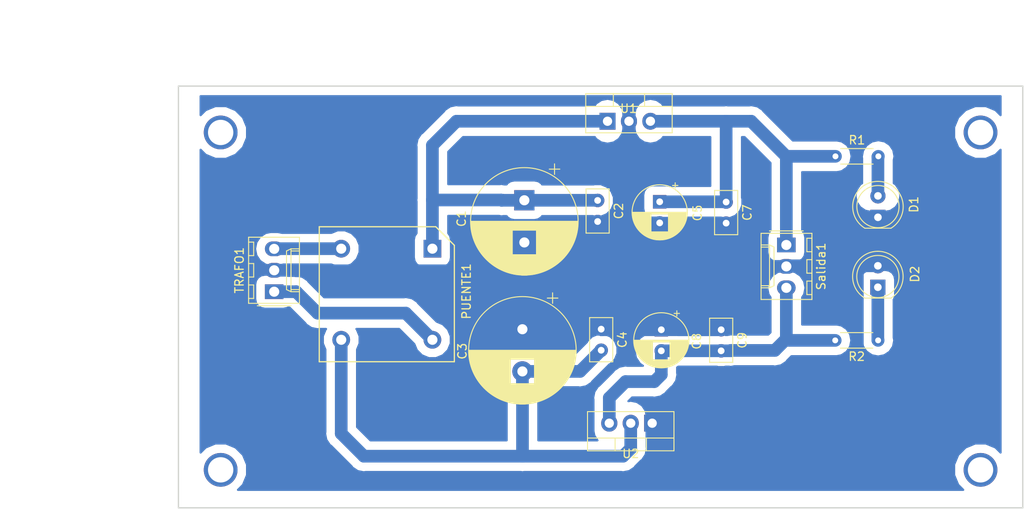
<source format=kicad_pcb>
(kicad_pcb (version 20171130) (host pcbnew 5.0.0-fee4fd1~66~ubuntu16.04.1)

  (general
    (thickness 1.6)
    (drawings 6)
    (tracks 94)
    (zones 0)
    (modules 17)
    (nets 10)
  )

  (page A4)
  (title_block
    (title "FUENTE SIMETRICA DE 12V")
    (company UTN-FRA)
    (comment 1 "ELECTRONICA APLICADA II")
    (comment 2 "FUENTE PARA PROJECTOS DEAO")
    (comment 3 "Imax= 1 A")
  )

  (layers
    (0 F.Cu signal)
    (31 B.Cu signal)
    (32 B.Adhes user)
    (33 F.Adhes user)
    (34 B.Paste user)
    (35 F.Paste user)
    (36 B.SilkS user)
    (37 F.SilkS user)
    (38 B.Mask user)
    (39 F.Mask user)
    (40 Dwgs.User user)
    (41 Cmts.User user)
    (42 Eco1.User user)
    (43 Eco2.User user)
    (44 Edge.Cuts user)
    (45 Margin user)
    (46 B.CrtYd user)
    (47 F.CrtYd user)
    (48 B.Fab user)
    (49 F.Fab user)
  )

  (setup
    (last_trace_width 0.25)
    (user_trace_width 0.5)
    (user_trace_width 0.6)
    (user_trace_width 0.8)
    (user_trace_width 1)
    (user_trace_width 1.2)
    (user_trace_width 1.4)
    (user_trace_width 1.5)
    (user_trace_width 2)
    (trace_clearance 0.2)
    (zone_clearance 1)
    (zone_45_only yes)
    (trace_min 0.2)
    (segment_width 0.2)
    (edge_width 0.15)
    (via_size 0.6)
    (via_drill 0.4)
    (via_min_size 0.4)
    (via_min_drill 0.3)
    (user_via 2 1)
    (user_via 2.5 1)
    (uvia_size 0.3)
    (uvia_drill 0.1)
    (uvias_allowed no)
    (uvia_min_size 0.2)
    (uvia_min_drill 0.1)
    (pcb_text_width 0.3)
    (pcb_text_size 1.5 1.5)
    (mod_edge_width 0.15)
    (mod_text_size 1 1)
    (mod_text_width 0.15)
    (pad_size 1.5 3)
    (pad_drill 0.8)
    (pad_to_mask_clearance 0.2)
    (aux_axis_origin 0 0)
    (visible_elements 7FFDFFFF)
    (pcbplotparams
      (layerselection 0x00000_80000000)
      (usegerberextensions false)
      (usegerberattributes false)
      (usegerberadvancedattributes false)
      (creategerberjobfile false)
      (excludeedgelayer true)
      (linewidth 0.100000)
      (plotframeref false)
      (viasonmask false)
      (mode 1)
      (useauxorigin false)
      (hpglpennumber 1)
      (hpglpenspeed 20)
      (hpglpendiameter 15.000000)
      (psnegative false)
      (psa4output false)
      (plotreference true)
      (plotvalue true)
      (plotinvisibletext false)
      (padsonsilk false)
      (subtractmaskfromsilk false)
      (outputformat 4)
      (mirror false)
      (drillshape 0)
      (scaleselection 1)
      (outputdirectory ""))
  )

  (net 0 "")
  (net 1 "Net-(C1-Pad1)")
  (net 2 Earth)
  (net 3 "Net-(C3-Pad2)")
  (net 4 "Net-(D1-Pad2)")
  (net 5 "Net-(D2-Pad1)")
  (net 6 "Net-(PUENTE1-Pad2)")
  (net 7 "Net-(PUENTE1-Pad4)")
  (net 8 "Net-(C5-Pad1)")
  (net 9 "Net-(C8-Pad2)")

  (net_class Default "Esta es la clase de red por defecto."
    (clearance 0.2)
    (trace_width 0.25)
    (via_dia 0.6)
    (via_drill 0.4)
    (uvia_dia 0.3)
    (uvia_drill 0.1)
    (add_net Earth)
    (add_net "Net-(C1-Pad1)")
    (add_net "Net-(C3-Pad2)")
    (add_net "Net-(C5-Pad1)")
    (add_net "Net-(C8-Pad2)")
    (add_net "Net-(D1-Pad2)")
    (add_net "Net-(D2-Pad1)")
    (add_net "Net-(PUENTE1-Pad2)")
    (add_net "Net-(PUENTE1-Pad4)")
  )

  (module Package_TO_SOT_THT:TO-220-3_Vertical (layer F.Cu) (tedit 5AC8BA0D) (tstamp 5BA6D759)
    (at 160.82 73.67)
    (descr "TO-220-3, Vertical, RM 2.54mm, see https://www.vishay.com/docs/66542/to-220-1.pdf")
    (tags "TO-220-3 Vertical RM 2.54mm")
    (path /5AB44219)
    (fp_text reference U1 (at 2.5 -1.5) (layer F.SilkS)
      (effects (font (size 1 1) (thickness 0.15)))
    )
    (fp_text value LM7812_TO220 (at 2.5 0.5) (layer F.Fab)
      (effects (font (size 1 1) (thickness 0.15)))
    )
    (fp_text user %R (at 2.54 -4.27) (layer F.Fab)
      (effects (font (size 1 1) (thickness 0.15)))
    )
    (fp_line (start 7.79 -3.4) (end -2.71 -3.4) (layer F.CrtYd) (width 0.05))
    (fp_line (start 7.79 1.51) (end 7.79 -3.4) (layer F.CrtYd) (width 0.05))
    (fp_line (start -2.71 1.51) (end 7.79 1.51) (layer F.CrtYd) (width 0.05))
    (fp_line (start -2.71 -3.4) (end -2.71 1.51) (layer F.CrtYd) (width 0.05))
    (fp_line (start 4.391 -3.27) (end 4.391 -1.76) (layer F.SilkS) (width 0.12))
    (fp_line (start 0.69 -3.27) (end 0.69 -1.76) (layer F.SilkS) (width 0.12))
    (fp_line (start -2.58 -1.76) (end 7.66 -1.76) (layer F.SilkS) (width 0.12))
    (fp_line (start 7.66 -3.27) (end 7.66 1.371) (layer F.SilkS) (width 0.12))
    (fp_line (start -2.58 -3.27) (end -2.58 1.371) (layer F.SilkS) (width 0.12))
    (fp_line (start -2.58 1.371) (end 7.66 1.371) (layer F.SilkS) (width 0.12))
    (fp_line (start -2.58 -3.27) (end 7.66 -3.27) (layer F.SilkS) (width 0.12))
    (fp_line (start 4.39 -3.15) (end 4.39 -1.88) (layer F.Fab) (width 0.1))
    (fp_line (start 0.69 -3.15) (end 0.69 -1.88) (layer F.Fab) (width 0.1))
    (fp_line (start -2.46 -1.88) (end 7.54 -1.88) (layer F.Fab) (width 0.1))
    (fp_line (start 7.54 -3.15) (end -2.46 -3.15) (layer F.Fab) (width 0.1))
    (fp_line (start 7.54 1.25) (end 7.54 -3.15) (layer F.Fab) (width 0.1))
    (fp_line (start -2.46 1.25) (end 7.54 1.25) (layer F.Fab) (width 0.1))
    (fp_line (start -2.46 -3.15) (end -2.46 1.25) (layer F.Fab) (width 0.1))
    (pad 3 thru_hole oval (at 5.08 0) (size 1.905 2) (drill 1.1) (layers *.Cu *.Mask)
      (net 8 "Net-(C5-Pad1)"))
    (pad 2 thru_hole oval (at 2.54 0) (size 1.905 2) (drill 1.1) (layers *.Cu *.Mask)
      (net 2 Earth))
    (pad 1 thru_hole rect (at 0 0) (size 1.905 2) (drill 1.1) (layers *.Cu *.Mask)
      (net 1 "Net-(C1-Pad1)"))
    (model ${KISYS3DMOD}/Package_TO_SOT_THT.3dshapes/TO-220-3_Vertical.wrl
      (at (xyz 0 0 0))
      (scale (xyz 1 1 1))
      (rotate (xyz 0 0 0))
    )
  )

  (module Package_TO_SOT_THT:TO-220-3_Vertical (layer F.Cu) (tedit 5AC8BA0D) (tstamp 5BA6D70E)
    (at 166.11 109.47 180)
    (descr "TO-220-3, Vertical, RM 2.54mm, see https://www.vishay.com/docs/66542/to-220-1.pdf")
    (tags "TO-220-3 Vertical RM 2.54mm")
    (path /5AB4418B)
    (fp_text reference U2 (at 2.54 -3.62 180) (layer F.SilkS)
      (effects (font (size 1 1) (thickness 0.15)))
    )
    (fp_text value LM7912_TO220 (at 2.54 3.92 180) (layer F.Fab)
      (effects (font (size 1 1) (thickness 0.15)))
    )
    (fp_text user %R (at 2.54 -4.27 180) (layer F.Fab)
      (effects (font (size 1 1) (thickness 0.15)))
    )
    (fp_line (start 7.79 -3.4) (end -2.71 -3.4) (layer F.CrtYd) (width 0.05))
    (fp_line (start 7.79 1.51) (end 7.79 -3.4) (layer F.CrtYd) (width 0.05))
    (fp_line (start -2.71 1.51) (end 7.79 1.51) (layer F.CrtYd) (width 0.05))
    (fp_line (start -2.71 -3.4) (end -2.71 1.51) (layer F.CrtYd) (width 0.05))
    (fp_line (start 4.391 -3.27) (end 4.391 -1.76) (layer F.SilkS) (width 0.12))
    (fp_line (start 0.69 -3.27) (end 0.69 -1.76) (layer F.SilkS) (width 0.12))
    (fp_line (start -2.58 -1.76) (end 7.66 -1.76) (layer F.SilkS) (width 0.12))
    (fp_line (start 7.66 -3.27) (end 7.66 1.371) (layer F.SilkS) (width 0.12))
    (fp_line (start -2.58 -3.27) (end -2.58 1.371) (layer F.SilkS) (width 0.12))
    (fp_line (start -2.58 1.371) (end 7.66 1.371) (layer F.SilkS) (width 0.12))
    (fp_line (start -2.58 -3.27) (end 7.66 -3.27) (layer F.SilkS) (width 0.12))
    (fp_line (start 4.39 -3.15) (end 4.39 -1.88) (layer F.Fab) (width 0.1))
    (fp_line (start 0.69 -3.15) (end 0.69 -1.88) (layer F.Fab) (width 0.1))
    (fp_line (start -2.46 -1.88) (end 7.54 -1.88) (layer F.Fab) (width 0.1))
    (fp_line (start 7.54 -3.15) (end -2.46 -3.15) (layer F.Fab) (width 0.1))
    (fp_line (start 7.54 1.25) (end 7.54 -3.15) (layer F.Fab) (width 0.1))
    (fp_line (start -2.46 1.25) (end 7.54 1.25) (layer F.Fab) (width 0.1))
    (fp_line (start -2.46 -3.15) (end -2.46 1.25) (layer F.Fab) (width 0.1))
    (pad 3 thru_hole oval (at 5.08 0 180) (size 1.905 2) (drill 1.1) (layers *.Cu *.Mask)
      (net 9 "Net-(C8-Pad2)"))
    (pad 2 thru_hole oval (at 2.54 0 180) (size 1.905 2) (drill 1.1) (layers *.Cu *.Mask)
      (net 3 "Net-(C3-Pad2)"))
    (pad 1 thru_hole rect (at 0 0 180) (size 1.905 2) (drill 1.1) (layers *.Cu *.Mask)
      (net 2 Earth))
    (model ${KISYS3DMOD}/Package_TO_SOT_THT.3dshapes/TO-220-3_Vertical.wrl
      (at (xyz 0 0 0))
      (scale (xyz 1 1 1))
      (rotate (xyz 0 0 0))
    )
  )

  (module Diodes_THT:Diode_Bridge_15.7x15.7 (layer F.Cu) (tedit 5B2EE80C) (tstamp 5BA6D7A4)
    (at 129.28 99.58 90)
    (descr "Single phase bridge rectifier case 15.7x15.7")
    (tags "Diode Bridge")
    (path /5AB442E8)
    (fp_text reference PUENTE1 (at 5.74 14.83 270) (layer F.SilkS)
      (effects (font (size 1 1) (thickness 0.15)))
    )
    (fp_text value "  " (at 5.1 14.7 90) (layer F.Fab)
      (effects (font (size 1 1) (thickness 0.15)))
    )
    (fp_text user %R (at 5.7 5.423 90) (layer F.Fab)
      (effects (font (size 1 1) (thickness 0.15)))
    )
    (fp_line (start 9 9) (end 10 9) (layer F.Fab) (width 0.1))
    (fp_line (start 9.5 8.5) (end 9.5 9.5) (layer F.Fab) (width 0.1))
    (fp_line (start 2.5 1.5) (end 1.5 1.5) (layer F.Fab) (width 0.1))
    (fp_line (start 13.75 11.4) (end 11.4 13.75) (layer F.CrtYd) (width 0.05))
    (fp_line (start 11.4 13.75) (end -2.95 13.75) (layer F.CrtYd) (width 0.05))
    (fp_line (start -2.95 13.75) (end -2.95 -2.95) (layer F.CrtYd) (width 0.05))
    (fp_line (start -2.95 -2.95) (end 13.75 -2.95) (layer F.CrtYd) (width 0.05))
    (fp_line (start 13.75 -2.95) (end 13.75 11.4) (layer F.CrtYd) (width 0.05))
    (fp_line (start 13.4 -2.6) (end 13.4 11.2) (layer F.SilkS) (width 0.15))
    (fp_line (start 13.4 11.2) (end 11.2 13.4) (layer F.SilkS) (width 0.15))
    (fp_line (start 11.2 13.4) (end -2.6 13.4) (layer F.SilkS) (width 0.15))
    (fp_line (start -2.6 -2.6) (end 13.4 -2.6) (layer F.SilkS) (width 0.15))
    (fp_line (start -2.6 13.4) (end -2.6 -2.6) (layer F.SilkS) (width 0.15))
    (fp_arc (start 9.2 1.75) (end 8.85 1.55) (angle 100) (layer F.Fab) (width 0.1))
    (fp_arc (start 9.75 1.2) (end 10.05 1.45) (angle 100) (layer F.Fab) (width 0.1))
    (fp_arc (start 2.25 8.7) (end 2.55 8.95) (angle 100) (layer F.Fab) (width 0.1))
    (fp_arc (start 1.7 9.25) (end 1.35 9.05) (angle 100) (layer F.Fab) (width 0.1))
    (pad 1 thru_hole circle (at 0 0 90) (size 2.1 2.1) (drill 1.2) (layers *.Cu *.Mask)
      (net 3 "Net-(C3-Pad2)"))
    (pad 2 thru_hole circle (at 0 10.8 90) (size 2.1 2.1) (drill 1.2) (layers *.Cu *.Mask)
      (net 6 "Net-(PUENTE1-Pad2)"))
    (pad 3 thru_hole rect (at 10.8 10.8 90) (size 2.1 2.1) (drill 1.2) (layers *.Cu *.Mask)
      (net 1 "Net-(C1-Pad1)"))
    (pad 4 thru_hole circle (at 10.8 0 90) (size 2.1 2.1) (drill 1.2) (layers *.Cu *.Mask)
      (net 7 "Net-(PUENTE1-Pad4)"))
    (model ${KISYS3DMOD}/Diode_THT.3dshapes/Diode_Bridge_15.7x15.7x6.3mm_P10.8mm.step
      (offset (xyz 11 -10.5 0))
      (scale (xyz 1 1 1))
      (rotate (xyz 0 0 180))
    )
  )

  (module Capacitor_THT:CP_Radial_D6.3mm_P2.50mm (layer F.Cu) (tedit 5AE50EF0) (tstamp 5BA6DEB5)
    (at 167.19 98.39 270)
    (descr "CP, Radial series, Radial, pin pitch=2.50mm, , diameter=6.3mm, Electrolytic Capacitor")
    (tags "CP Radial series Radial pin pitch 2.50mm  diameter 6.3mm Electrolytic Capacitor")
    (path /5AB47522)
    (fp_text reference C8 (at 1.37 -4.2 270) (layer F.SilkS)
      (effects (font (size 1 1) (thickness 0.15)))
    )
    (fp_text value 10uF (at 1.5 2 270) (layer F.Fab)
      (effects (font (size 1 1) (thickness 0.15)))
    )
    (fp_text user %R (at 1.25 0 270) (layer F.Fab)
      (effects (font (size 1 1) (thickness 0.15)))
    )
    (fp_line (start -1.935241 -2.154) (end -1.935241 -1.524) (layer F.SilkS) (width 0.12))
    (fp_line (start -2.250241 -1.839) (end -1.620241 -1.839) (layer F.SilkS) (width 0.12))
    (fp_line (start 4.491 -0.402) (end 4.491 0.402) (layer F.SilkS) (width 0.12))
    (fp_line (start 4.451 -0.633) (end 4.451 0.633) (layer F.SilkS) (width 0.12))
    (fp_line (start 4.411 -0.802) (end 4.411 0.802) (layer F.SilkS) (width 0.12))
    (fp_line (start 4.371 -0.94) (end 4.371 0.94) (layer F.SilkS) (width 0.12))
    (fp_line (start 4.331 -1.059) (end 4.331 1.059) (layer F.SilkS) (width 0.12))
    (fp_line (start 4.291 -1.165) (end 4.291 1.165) (layer F.SilkS) (width 0.12))
    (fp_line (start 4.251 -1.262) (end 4.251 1.262) (layer F.SilkS) (width 0.12))
    (fp_line (start 4.211 -1.35) (end 4.211 1.35) (layer F.SilkS) (width 0.12))
    (fp_line (start 4.171 -1.432) (end 4.171 1.432) (layer F.SilkS) (width 0.12))
    (fp_line (start 4.131 -1.509) (end 4.131 1.509) (layer F.SilkS) (width 0.12))
    (fp_line (start 4.091 -1.581) (end 4.091 1.581) (layer F.SilkS) (width 0.12))
    (fp_line (start 4.051 -1.65) (end 4.051 1.65) (layer F.SilkS) (width 0.12))
    (fp_line (start 4.011 -1.714) (end 4.011 1.714) (layer F.SilkS) (width 0.12))
    (fp_line (start 3.971 -1.776) (end 3.971 1.776) (layer F.SilkS) (width 0.12))
    (fp_line (start 3.931 -1.834) (end 3.931 1.834) (layer F.SilkS) (width 0.12))
    (fp_line (start 3.891 -1.89) (end 3.891 1.89) (layer F.SilkS) (width 0.12))
    (fp_line (start 3.851 -1.944) (end 3.851 1.944) (layer F.SilkS) (width 0.12))
    (fp_line (start 3.811 -1.995) (end 3.811 1.995) (layer F.SilkS) (width 0.12))
    (fp_line (start 3.771 -2.044) (end 3.771 2.044) (layer F.SilkS) (width 0.12))
    (fp_line (start 3.731 -2.092) (end 3.731 2.092) (layer F.SilkS) (width 0.12))
    (fp_line (start 3.691 -2.137) (end 3.691 2.137) (layer F.SilkS) (width 0.12))
    (fp_line (start 3.651 -2.182) (end 3.651 2.182) (layer F.SilkS) (width 0.12))
    (fp_line (start 3.611 -2.224) (end 3.611 2.224) (layer F.SilkS) (width 0.12))
    (fp_line (start 3.571 -2.265) (end 3.571 2.265) (layer F.SilkS) (width 0.12))
    (fp_line (start 3.531 1.04) (end 3.531 2.305) (layer F.SilkS) (width 0.12))
    (fp_line (start 3.531 -2.305) (end 3.531 -1.04) (layer F.SilkS) (width 0.12))
    (fp_line (start 3.491 1.04) (end 3.491 2.343) (layer F.SilkS) (width 0.12))
    (fp_line (start 3.491 -2.343) (end 3.491 -1.04) (layer F.SilkS) (width 0.12))
    (fp_line (start 3.451 1.04) (end 3.451 2.38) (layer F.SilkS) (width 0.12))
    (fp_line (start 3.451 -2.38) (end 3.451 -1.04) (layer F.SilkS) (width 0.12))
    (fp_line (start 3.411 1.04) (end 3.411 2.416) (layer F.SilkS) (width 0.12))
    (fp_line (start 3.411 -2.416) (end 3.411 -1.04) (layer F.SilkS) (width 0.12))
    (fp_line (start 3.371 1.04) (end 3.371 2.45) (layer F.SilkS) (width 0.12))
    (fp_line (start 3.371 -2.45) (end 3.371 -1.04) (layer F.SilkS) (width 0.12))
    (fp_line (start 3.331 1.04) (end 3.331 2.484) (layer F.SilkS) (width 0.12))
    (fp_line (start 3.331 -2.484) (end 3.331 -1.04) (layer F.SilkS) (width 0.12))
    (fp_line (start 3.291 1.04) (end 3.291 2.516) (layer F.SilkS) (width 0.12))
    (fp_line (start 3.291 -2.516) (end 3.291 -1.04) (layer F.SilkS) (width 0.12))
    (fp_line (start 3.251 1.04) (end 3.251 2.548) (layer F.SilkS) (width 0.12))
    (fp_line (start 3.251 -2.548) (end 3.251 -1.04) (layer F.SilkS) (width 0.12))
    (fp_line (start 3.211 1.04) (end 3.211 2.578) (layer F.SilkS) (width 0.12))
    (fp_line (start 3.211 -2.578) (end 3.211 -1.04) (layer F.SilkS) (width 0.12))
    (fp_line (start 3.171 1.04) (end 3.171 2.607) (layer F.SilkS) (width 0.12))
    (fp_line (start 3.171 -2.607) (end 3.171 -1.04) (layer F.SilkS) (width 0.12))
    (fp_line (start 3.131 1.04) (end 3.131 2.636) (layer F.SilkS) (width 0.12))
    (fp_line (start 3.131 -2.636) (end 3.131 -1.04) (layer F.SilkS) (width 0.12))
    (fp_line (start 3.091 1.04) (end 3.091 2.664) (layer F.SilkS) (width 0.12))
    (fp_line (start 3.091 -2.664) (end 3.091 -1.04) (layer F.SilkS) (width 0.12))
    (fp_line (start 3.051 1.04) (end 3.051 2.69) (layer F.SilkS) (width 0.12))
    (fp_line (start 3.051 -2.69) (end 3.051 -1.04) (layer F.SilkS) (width 0.12))
    (fp_line (start 3.011 1.04) (end 3.011 2.716) (layer F.SilkS) (width 0.12))
    (fp_line (start 3.011 -2.716) (end 3.011 -1.04) (layer F.SilkS) (width 0.12))
    (fp_line (start 2.971 1.04) (end 2.971 2.742) (layer F.SilkS) (width 0.12))
    (fp_line (start 2.971 -2.742) (end 2.971 -1.04) (layer F.SilkS) (width 0.12))
    (fp_line (start 2.931 1.04) (end 2.931 2.766) (layer F.SilkS) (width 0.12))
    (fp_line (start 2.931 -2.766) (end 2.931 -1.04) (layer F.SilkS) (width 0.12))
    (fp_line (start 2.891 1.04) (end 2.891 2.79) (layer F.SilkS) (width 0.12))
    (fp_line (start 2.891 -2.79) (end 2.891 -1.04) (layer F.SilkS) (width 0.12))
    (fp_line (start 2.851 1.04) (end 2.851 2.812) (layer F.SilkS) (width 0.12))
    (fp_line (start 2.851 -2.812) (end 2.851 -1.04) (layer F.SilkS) (width 0.12))
    (fp_line (start 2.811 1.04) (end 2.811 2.834) (layer F.SilkS) (width 0.12))
    (fp_line (start 2.811 -2.834) (end 2.811 -1.04) (layer F.SilkS) (width 0.12))
    (fp_line (start 2.771 1.04) (end 2.771 2.856) (layer F.SilkS) (width 0.12))
    (fp_line (start 2.771 -2.856) (end 2.771 -1.04) (layer F.SilkS) (width 0.12))
    (fp_line (start 2.731 1.04) (end 2.731 2.876) (layer F.SilkS) (width 0.12))
    (fp_line (start 2.731 -2.876) (end 2.731 -1.04) (layer F.SilkS) (width 0.12))
    (fp_line (start 2.691 1.04) (end 2.691 2.896) (layer F.SilkS) (width 0.12))
    (fp_line (start 2.691 -2.896) (end 2.691 -1.04) (layer F.SilkS) (width 0.12))
    (fp_line (start 2.651 1.04) (end 2.651 2.916) (layer F.SilkS) (width 0.12))
    (fp_line (start 2.651 -2.916) (end 2.651 -1.04) (layer F.SilkS) (width 0.12))
    (fp_line (start 2.611 1.04) (end 2.611 2.934) (layer F.SilkS) (width 0.12))
    (fp_line (start 2.611 -2.934) (end 2.611 -1.04) (layer F.SilkS) (width 0.12))
    (fp_line (start 2.571 1.04) (end 2.571 2.952) (layer F.SilkS) (width 0.12))
    (fp_line (start 2.571 -2.952) (end 2.571 -1.04) (layer F.SilkS) (width 0.12))
    (fp_line (start 2.531 1.04) (end 2.531 2.97) (layer F.SilkS) (width 0.12))
    (fp_line (start 2.531 -2.97) (end 2.531 -1.04) (layer F.SilkS) (width 0.12))
    (fp_line (start 2.491 1.04) (end 2.491 2.986) (layer F.SilkS) (width 0.12))
    (fp_line (start 2.491 -2.986) (end 2.491 -1.04) (layer F.SilkS) (width 0.12))
    (fp_line (start 2.451 1.04) (end 2.451 3.002) (layer F.SilkS) (width 0.12))
    (fp_line (start 2.451 -3.002) (end 2.451 -1.04) (layer F.SilkS) (width 0.12))
    (fp_line (start 2.411 1.04) (end 2.411 3.018) (layer F.SilkS) (width 0.12))
    (fp_line (start 2.411 -3.018) (end 2.411 -1.04) (layer F.SilkS) (width 0.12))
    (fp_line (start 2.371 1.04) (end 2.371 3.033) (layer F.SilkS) (width 0.12))
    (fp_line (start 2.371 -3.033) (end 2.371 -1.04) (layer F.SilkS) (width 0.12))
    (fp_line (start 2.331 1.04) (end 2.331 3.047) (layer F.SilkS) (width 0.12))
    (fp_line (start 2.331 -3.047) (end 2.331 -1.04) (layer F.SilkS) (width 0.12))
    (fp_line (start 2.291 1.04) (end 2.291 3.061) (layer F.SilkS) (width 0.12))
    (fp_line (start 2.291 -3.061) (end 2.291 -1.04) (layer F.SilkS) (width 0.12))
    (fp_line (start 2.251 1.04) (end 2.251 3.074) (layer F.SilkS) (width 0.12))
    (fp_line (start 2.251 -3.074) (end 2.251 -1.04) (layer F.SilkS) (width 0.12))
    (fp_line (start 2.211 1.04) (end 2.211 3.086) (layer F.SilkS) (width 0.12))
    (fp_line (start 2.211 -3.086) (end 2.211 -1.04) (layer F.SilkS) (width 0.12))
    (fp_line (start 2.171 1.04) (end 2.171 3.098) (layer F.SilkS) (width 0.12))
    (fp_line (start 2.171 -3.098) (end 2.171 -1.04) (layer F.SilkS) (width 0.12))
    (fp_line (start 2.131 1.04) (end 2.131 3.11) (layer F.SilkS) (width 0.12))
    (fp_line (start 2.131 -3.11) (end 2.131 -1.04) (layer F.SilkS) (width 0.12))
    (fp_line (start 2.091 1.04) (end 2.091 3.121) (layer F.SilkS) (width 0.12))
    (fp_line (start 2.091 -3.121) (end 2.091 -1.04) (layer F.SilkS) (width 0.12))
    (fp_line (start 2.051 1.04) (end 2.051 3.131) (layer F.SilkS) (width 0.12))
    (fp_line (start 2.051 -3.131) (end 2.051 -1.04) (layer F.SilkS) (width 0.12))
    (fp_line (start 2.011 1.04) (end 2.011 3.141) (layer F.SilkS) (width 0.12))
    (fp_line (start 2.011 -3.141) (end 2.011 -1.04) (layer F.SilkS) (width 0.12))
    (fp_line (start 1.971 1.04) (end 1.971 3.15) (layer F.SilkS) (width 0.12))
    (fp_line (start 1.971 -3.15) (end 1.971 -1.04) (layer F.SilkS) (width 0.12))
    (fp_line (start 1.93 1.04) (end 1.93 3.159) (layer F.SilkS) (width 0.12))
    (fp_line (start 1.93 -3.159) (end 1.93 -1.04) (layer F.SilkS) (width 0.12))
    (fp_line (start 1.89 1.04) (end 1.89 3.167) (layer F.SilkS) (width 0.12))
    (fp_line (start 1.89 -3.167) (end 1.89 -1.04) (layer F.SilkS) (width 0.12))
    (fp_line (start 1.85 1.04) (end 1.85 3.175) (layer F.SilkS) (width 0.12))
    (fp_line (start 1.85 -3.175) (end 1.85 -1.04) (layer F.SilkS) (width 0.12))
    (fp_line (start 1.81 1.04) (end 1.81 3.182) (layer F.SilkS) (width 0.12))
    (fp_line (start 1.81 -3.182) (end 1.81 -1.04) (layer F.SilkS) (width 0.12))
    (fp_line (start 1.77 1.04) (end 1.77 3.189) (layer F.SilkS) (width 0.12))
    (fp_line (start 1.77 -3.189) (end 1.77 -1.04) (layer F.SilkS) (width 0.12))
    (fp_line (start 1.73 1.04) (end 1.73 3.195) (layer F.SilkS) (width 0.12))
    (fp_line (start 1.73 -3.195) (end 1.73 -1.04) (layer F.SilkS) (width 0.12))
    (fp_line (start 1.69 1.04) (end 1.69 3.201) (layer F.SilkS) (width 0.12))
    (fp_line (start 1.69 -3.201) (end 1.69 -1.04) (layer F.SilkS) (width 0.12))
    (fp_line (start 1.65 1.04) (end 1.65 3.206) (layer F.SilkS) (width 0.12))
    (fp_line (start 1.65 -3.206) (end 1.65 -1.04) (layer F.SilkS) (width 0.12))
    (fp_line (start 1.61 1.04) (end 1.61 3.211) (layer F.SilkS) (width 0.12))
    (fp_line (start 1.61 -3.211) (end 1.61 -1.04) (layer F.SilkS) (width 0.12))
    (fp_line (start 1.57 1.04) (end 1.57 3.215) (layer F.SilkS) (width 0.12))
    (fp_line (start 1.57 -3.215) (end 1.57 -1.04) (layer F.SilkS) (width 0.12))
    (fp_line (start 1.53 1.04) (end 1.53 3.218) (layer F.SilkS) (width 0.12))
    (fp_line (start 1.53 -3.218) (end 1.53 -1.04) (layer F.SilkS) (width 0.12))
    (fp_line (start 1.49 1.04) (end 1.49 3.222) (layer F.SilkS) (width 0.12))
    (fp_line (start 1.49 -3.222) (end 1.49 -1.04) (layer F.SilkS) (width 0.12))
    (fp_line (start 1.45 -3.224) (end 1.45 3.224) (layer F.SilkS) (width 0.12))
    (fp_line (start 1.41 -3.227) (end 1.41 3.227) (layer F.SilkS) (width 0.12))
    (fp_line (start 1.37 -3.228) (end 1.37 3.228) (layer F.SilkS) (width 0.12))
    (fp_line (start 1.33 -3.23) (end 1.33 3.23) (layer F.SilkS) (width 0.12))
    (fp_line (start 1.29 -3.23) (end 1.29 3.23) (layer F.SilkS) (width 0.12))
    (fp_line (start 1.25 -3.23) (end 1.25 3.23) (layer F.SilkS) (width 0.12))
    (fp_line (start -1.128972 -1.6885) (end -1.128972 -1.0585) (layer F.Fab) (width 0.1))
    (fp_line (start -1.443972 -1.3735) (end -0.813972 -1.3735) (layer F.Fab) (width 0.1))
    (fp_circle (center 1.25 0) (end 4.65 0) (layer F.CrtYd) (width 0.05))
    (fp_circle (center 1.25 0) (end 4.52 0) (layer F.SilkS) (width 0.12))
    (fp_circle (center 1.25 0) (end 4.4 0) (layer F.Fab) (width 0.1))
    (pad 2 thru_hole circle (at 2.5 0 270) (size 1.6 1.6) (drill 0.8) (layers *.Cu *.Mask)
      (net 9 "Net-(C8-Pad2)"))
    (pad 1 thru_hole rect (at 0 0 270) (size 1.6 1.6) (drill 0.8) (layers *.Cu *.Mask)
      (net 2 Earth))
    (model ${KISYS3DMOD}/Capacitor_THT.3dshapes/CP_Radial_D6.3mm_P2.50mm.wrl
      (at (xyz 0 0 0))
      (scale (xyz 1 1 1))
      (rotate (xyz 0 0 0))
    )
  )

  (module Capacitor_THT:CP_Radial_D6.3mm_P2.50mm (layer F.Cu) (tedit 5AE50EF0) (tstamp 5BA6D558)
    (at 167 83.22 270)
    (descr "CP, Radial series, Radial, pin pitch=2.50mm, , diameter=6.3mm, Electrolytic Capacitor")
    (tags "CP Radial series Radial pin pitch 2.50mm  diameter 6.3mm Electrolytic Capacitor")
    (path /5AB4751C)
    (fp_text reference C5 (at 1.33 -4.48 270) (layer F.SilkS)
      (effects (font (size 1 1) (thickness 0.15)))
    )
    (fp_text value 10uF (at 1.5 2 270) (layer F.Fab)
      (effects (font (size 1 1) (thickness 0.15)))
    )
    (fp_text user %R (at 1.25 0 270) (layer F.Fab)
      (effects (font (size 1 1) (thickness 0.15)))
    )
    (fp_line (start -1.935241 -2.154) (end -1.935241 -1.524) (layer F.SilkS) (width 0.12))
    (fp_line (start -2.250241 -1.839) (end -1.620241 -1.839) (layer F.SilkS) (width 0.12))
    (fp_line (start 4.491 -0.402) (end 4.491 0.402) (layer F.SilkS) (width 0.12))
    (fp_line (start 4.451 -0.633) (end 4.451 0.633) (layer F.SilkS) (width 0.12))
    (fp_line (start 4.411 -0.802) (end 4.411 0.802) (layer F.SilkS) (width 0.12))
    (fp_line (start 4.371 -0.94) (end 4.371 0.94) (layer F.SilkS) (width 0.12))
    (fp_line (start 4.331 -1.059) (end 4.331 1.059) (layer F.SilkS) (width 0.12))
    (fp_line (start 4.291 -1.165) (end 4.291 1.165) (layer F.SilkS) (width 0.12))
    (fp_line (start 4.251 -1.262) (end 4.251 1.262) (layer F.SilkS) (width 0.12))
    (fp_line (start 4.211 -1.35) (end 4.211 1.35) (layer F.SilkS) (width 0.12))
    (fp_line (start 4.171 -1.432) (end 4.171 1.432) (layer F.SilkS) (width 0.12))
    (fp_line (start 4.131 -1.509) (end 4.131 1.509) (layer F.SilkS) (width 0.12))
    (fp_line (start 4.091 -1.581) (end 4.091 1.581) (layer F.SilkS) (width 0.12))
    (fp_line (start 4.051 -1.65) (end 4.051 1.65) (layer F.SilkS) (width 0.12))
    (fp_line (start 4.011 -1.714) (end 4.011 1.714) (layer F.SilkS) (width 0.12))
    (fp_line (start 3.971 -1.776) (end 3.971 1.776) (layer F.SilkS) (width 0.12))
    (fp_line (start 3.931 -1.834) (end 3.931 1.834) (layer F.SilkS) (width 0.12))
    (fp_line (start 3.891 -1.89) (end 3.891 1.89) (layer F.SilkS) (width 0.12))
    (fp_line (start 3.851 -1.944) (end 3.851 1.944) (layer F.SilkS) (width 0.12))
    (fp_line (start 3.811 -1.995) (end 3.811 1.995) (layer F.SilkS) (width 0.12))
    (fp_line (start 3.771 -2.044) (end 3.771 2.044) (layer F.SilkS) (width 0.12))
    (fp_line (start 3.731 -2.092) (end 3.731 2.092) (layer F.SilkS) (width 0.12))
    (fp_line (start 3.691 -2.137) (end 3.691 2.137) (layer F.SilkS) (width 0.12))
    (fp_line (start 3.651 -2.182) (end 3.651 2.182) (layer F.SilkS) (width 0.12))
    (fp_line (start 3.611 -2.224) (end 3.611 2.224) (layer F.SilkS) (width 0.12))
    (fp_line (start 3.571 -2.265) (end 3.571 2.265) (layer F.SilkS) (width 0.12))
    (fp_line (start 3.531 1.04) (end 3.531 2.305) (layer F.SilkS) (width 0.12))
    (fp_line (start 3.531 -2.305) (end 3.531 -1.04) (layer F.SilkS) (width 0.12))
    (fp_line (start 3.491 1.04) (end 3.491 2.343) (layer F.SilkS) (width 0.12))
    (fp_line (start 3.491 -2.343) (end 3.491 -1.04) (layer F.SilkS) (width 0.12))
    (fp_line (start 3.451 1.04) (end 3.451 2.38) (layer F.SilkS) (width 0.12))
    (fp_line (start 3.451 -2.38) (end 3.451 -1.04) (layer F.SilkS) (width 0.12))
    (fp_line (start 3.411 1.04) (end 3.411 2.416) (layer F.SilkS) (width 0.12))
    (fp_line (start 3.411 -2.416) (end 3.411 -1.04) (layer F.SilkS) (width 0.12))
    (fp_line (start 3.371 1.04) (end 3.371 2.45) (layer F.SilkS) (width 0.12))
    (fp_line (start 3.371 -2.45) (end 3.371 -1.04) (layer F.SilkS) (width 0.12))
    (fp_line (start 3.331 1.04) (end 3.331 2.484) (layer F.SilkS) (width 0.12))
    (fp_line (start 3.331 -2.484) (end 3.331 -1.04) (layer F.SilkS) (width 0.12))
    (fp_line (start 3.291 1.04) (end 3.291 2.516) (layer F.SilkS) (width 0.12))
    (fp_line (start 3.291 -2.516) (end 3.291 -1.04) (layer F.SilkS) (width 0.12))
    (fp_line (start 3.251 1.04) (end 3.251 2.548) (layer F.SilkS) (width 0.12))
    (fp_line (start 3.251 -2.548) (end 3.251 -1.04) (layer F.SilkS) (width 0.12))
    (fp_line (start 3.211 1.04) (end 3.211 2.578) (layer F.SilkS) (width 0.12))
    (fp_line (start 3.211 -2.578) (end 3.211 -1.04) (layer F.SilkS) (width 0.12))
    (fp_line (start 3.171 1.04) (end 3.171 2.607) (layer F.SilkS) (width 0.12))
    (fp_line (start 3.171 -2.607) (end 3.171 -1.04) (layer F.SilkS) (width 0.12))
    (fp_line (start 3.131 1.04) (end 3.131 2.636) (layer F.SilkS) (width 0.12))
    (fp_line (start 3.131 -2.636) (end 3.131 -1.04) (layer F.SilkS) (width 0.12))
    (fp_line (start 3.091 1.04) (end 3.091 2.664) (layer F.SilkS) (width 0.12))
    (fp_line (start 3.091 -2.664) (end 3.091 -1.04) (layer F.SilkS) (width 0.12))
    (fp_line (start 3.051 1.04) (end 3.051 2.69) (layer F.SilkS) (width 0.12))
    (fp_line (start 3.051 -2.69) (end 3.051 -1.04) (layer F.SilkS) (width 0.12))
    (fp_line (start 3.011 1.04) (end 3.011 2.716) (layer F.SilkS) (width 0.12))
    (fp_line (start 3.011 -2.716) (end 3.011 -1.04) (layer F.SilkS) (width 0.12))
    (fp_line (start 2.971 1.04) (end 2.971 2.742) (layer F.SilkS) (width 0.12))
    (fp_line (start 2.971 -2.742) (end 2.971 -1.04) (layer F.SilkS) (width 0.12))
    (fp_line (start 2.931 1.04) (end 2.931 2.766) (layer F.SilkS) (width 0.12))
    (fp_line (start 2.931 -2.766) (end 2.931 -1.04) (layer F.SilkS) (width 0.12))
    (fp_line (start 2.891 1.04) (end 2.891 2.79) (layer F.SilkS) (width 0.12))
    (fp_line (start 2.891 -2.79) (end 2.891 -1.04) (layer F.SilkS) (width 0.12))
    (fp_line (start 2.851 1.04) (end 2.851 2.812) (layer F.SilkS) (width 0.12))
    (fp_line (start 2.851 -2.812) (end 2.851 -1.04) (layer F.SilkS) (width 0.12))
    (fp_line (start 2.811 1.04) (end 2.811 2.834) (layer F.SilkS) (width 0.12))
    (fp_line (start 2.811 -2.834) (end 2.811 -1.04) (layer F.SilkS) (width 0.12))
    (fp_line (start 2.771 1.04) (end 2.771 2.856) (layer F.SilkS) (width 0.12))
    (fp_line (start 2.771 -2.856) (end 2.771 -1.04) (layer F.SilkS) (width 0.12))
    (fp_line (start 2.731 1.04) (end 2.731 2.876) (layer F.SilkS) (width 0.12))
    (fp_line (start 2.731 -2.876) (end 2.731 -1.04) (layer F.SilkS) (width 0.12))
    (fp_line (start 2.691 1.04) (end 2.691 2.896) (layer F.SilkS) (width 0.12))
    (fp_line (start 2.691 -2.896) (end 2.691 -1.04) (layer F.SilkS) (width 0.12))
    (fp_line (start 2.651 1.04) (end 2.651 2.916) (layer F.SilkS) (width 0.12))
    (fp_line (start 2.651 -2.916) (end 2.651 -1.04) (layer F.SilkS) (width 0.12))
    (fp_line (start 2.611 1.04) (end 2.611 2.934) (layer F.SilkS) (width 0.12))
    (fp_line (start 2.611 -2.934) (end 2.611 -1.04) (layer F.SilkS) (width 0.12))
    (fp_line (start 2.571 1.04) (end 2.571 2.952) (layer F.SilkS) (width 0.12))
    (fp_line (start 2.571 -2.952) (end 2.571 -1.04) (layer F.SilkS) (width 0.12))
    (fp_line (start 2.531 1.04) (end 2.531 2.97) (layer F.SilkS) (width 0.12))
    (fp_line (start 2.531 -2.97) (end 2.531 -1.04) (layer F.SilkS) (width 0.12))
    (fp_line (start 2.491 1.04) (end 2.491 2.986) (layer F.SilkS) (width 0.12))
    (fp_line (start 2.491 -2.986) (end 2.491 -1.04) (layer F.SilkS) (width 0.12))
    (fp_line (start 2.451 1.04) (end 2.451 3.002) (layer F.SilkS) (width 0.12))
    (fp_line (start 2.451 -3.002) (end 2.451 -1.04) (layer F.SilkS) (width 0.12))
    (fp_line (start 2.411 1.04) (end 2.411 3.018) (layer F.SilkS) (width 0.12))
    (fp_line (start 2.411 -3.018) (end 2.411 -1.04) (layer F.SilkS) (width 0.12))
    (fp_line (start 2.371 1.04) (end 2.371 3.033) (layer F.SilkS) (width 0.12))
    (fp_line (start 2.371 -3.033) (end 2.371 -1.04) (layer F.SilkS) (width 0.12))
    (fp_line (start 2.331 1.04) (end 2.331 3.047) (layer F.SilkS) (width 0.12))
    (fp_line (start 2.331 -3.047) (end 2.331 -1.04) (layer F.SilkS) (width 0.12))
    (fp_line (start 2.291 1.04) (end 2.291 3.061) (layer F.SilkS) (width 0.12))
    (fp_line (start 2.291 -3.061) (end 2.291 -1.04) (layer F.SilkS) (width 0.12))
    (fp_line (start 2.251 1.04) (end 2.251 3.074) (layer F.SilkS) (width 0.12))
    (fp_line (start 2.251 -3.074) (end 2.251 -1.04) (layer F.SilkS) (width 0.12))
    (fp_line (start 2.211 1.04) (end 2.211 3.086) (layer F.SilkS) (width 0.12))
    (fp_line (start 2.211 -3.086) (end 2.211 -1.04) (layer F.SilkS) (width 0.12))
    (fp_line (start 2.171 1.04) (end 2.171 3.098) (layer F.SilkS) (width 0.12))
    (fp_line (start 2.171 -3.098) (end 2.171 -1.04) (layer F.SilkS) (width 0.12))
    (fp_line (start 2.131 1.04) (end 2.131 3.11) (layer F.SilkS) (width 0.12))
    (fp_line (start 2.131 -3.11) (end 2.131 -1.04) (layer F.SilkS) (width 0.12))
    (fp_line (start 2.091 1.04) (end 2.091 3.121) (layer F.SilkS) (width 0.12))
    (fp_line (start 2.091 -3.121) (end 2.091 -1.04) (layer F.SilkS) (width 0.12))
    (fp_line (start 2.051 1.04) (end 2.051 3.131) (layer F.SilkS) (width 0.12))
    (fp_line (start 2.051 -3.131) (end 2.051 -1.04) (layer F.SilkS) (width 0.12))
    (fp_line (start 2.011 1.04) (end 2.011 3.141) (layer F.SilkS) (width 0.12))
    (fp_line (start 2.011 -3.141) (end 2.011 -1.04) (layer F.SilkS) (width 0.12))
    (fp_line (start 1.971 1.04) (end 1.971 3.15) (layer F.SilkS) (width 0.12))
    (fp_line (start 1.971 -3.15) (end 1.971 -1.04) (layer F.SilkS) (width 0.12))
    (fp_line (start 1.93 1.04) (end 1.93 3.159) (layer F.SilkS) (width 0.12))
    (fp_line (start 1.93 -3.159) (end 1.93 -1.04) (layer F.SilkS) (width 0.12))
    (fp_line (start 1.89 1.04) (end 1.89 3.167) (layer F.SilkS) (width 0.12))
    (fp_line (start 1.89 -3.167) (end 1.89 -1.04) (layer F.SilkS) (width 0.12))
    (fp_line (start 1.85 1.04) (end 1.85 3.175) (layer F.SilkS) (width 0.12))
    (fp_line (start 1.85 -3.175) (end 1.85 -1.04) (layer F.SilkS) (width 0.12))
    (fp_line (start 1.81 1.04) (end 1.81 3.182) (layer F.SilkS) (width 0.12))
    (fp_line (start 1.81 -3.182) (end 1.81 -1.04) (layer F.SilkS) (width 0.12))
    (fp_line (start 1.77 1.04) (end 1.77 3.189) (layer F.SilkS) (width 0.12))
    (fp_line (start 1.77 -3.189) (end 1.77 -1.04) (layer F.SilkS) (width 0.12))
    (fp_line (start 1.73 1.04) (end 1.73 3.195) (layer F.SilkS) (width 0.12))
    (fp_line (start 1.73 -3.195) (end 1.73 -1.04) (layer F.SilkS) (width 0.12))
    (fp_line (start 1.69 1.04) (end 1.69 3.201) (layer F.SilkS) (width 0.12))
    (fp_line (start 1.69 -3.201) (end 1.69 -1.04) (layer F.SilkS) (width 0.12))
    (fp_line (start 1.65 1.04) (end 1.65 3.206) (layer F.SilkS) (width 0.12))
    (fp_line (start 1.65 -3.206) (end 1.65 -1.04) (layer F.SilkS) (width 0.12))
    (fp_line (start 1.61 1.04) (end 1.61 3.211) (layer F.SilkS) (width 0.12))
    (fp_line (start 1.61 -3.211) (end 1.61 -1.04) (layer F.SilkS) (width 0.12))
    (fp_line (start 1.57 1.04) (end 1.57 3.215) (layer F.SilkS) (width 0.12))
    (fp_line (start 1.57 -3.215) (end 1.57 -1.04) (layer F.SilkS) (width 0.12))
    (fp_line (start 1.53 1.04) (end 1.53 3.218) (layer F.SilkS) (width 0.12))
    (fp_line (start 1.53 -3.218) (end 1.53 -1.04) (layer F.SilkS) (width 0.12))
    (fp_line (start 1.49 1.04) (end 1.49 3.222) (layer F.SilkS) (width 0.12))
    (fp_line (start 1.49 -3.222) (end 1.49 -1.04) (layer F.SilkS) (width 0.12))
    (fp_line (start 1.45 -3.224) (end 1.45 3.224) (layer F.SilkS) (width 0.12))
    (fp_line (start 1.41 -3.227) (end 1.41 3.227) (layer F.SilkS) (width 0.12))
    (fp_line (start 1.37 -3.228) (end 1.37 3.228) (layer F.SilkS) (width 0.12))
    (fp_line (start 1.33 -3.23) (end 1.33 3.23) (layer F.SilkS) (width 0.12))
    (fp_line (start 1.29 -3.23) (end 1.29 3.23) (layer F.SilkS) (width 0.12))
    (fp_line (start 1.25 -3.23) (end 1.25 3.23) (layer F.SilkS) (width 0.12))
    (fp_line (start -1.128972 -1.6885) (end -1.128972 -1.0585) (layer F.Fab) (width 0.1))
    (fp_line (start -1.443972 -1.3735) (end -0.813972 -1.3735) (layer F.Fab) (width 0.1))
    (fp_circle (center 1.25 0) (end 4.65 0) (layer F.CrtYd) (width 0.05))
    (fp_circle (center 1.25 0) (end 4.52 0) (layer F.SilkS) (width 0.12))
    (fp_circle (center 1.25 0) (end 4.4 0) (layer F.Fab) (width 0.1))
    (pad 2 thru_hole circle (at 2.5 0 270) (size 1.6 1.6) (drill 0.8) (layers *.Cu *.Mask)
      (net 2 Earth))
    (pad 1 thru_hole rect (at 0 0 270) (size 1.6 1.6) (drill 0.8) (layers *.Cu *.Mask)
      (net 8 "Net-(C5-Pad1)"))
    (model ${KISYS3DMOD}/Capacitor_THT.3dshapes/CP_Radial_D6.3mm_P2.50mm.wrl
      (at (xyz 0 0 0))
      (scale (xyz 1 1 1))
      (rotate (xyz 0 0 0))
    )
  )

  (module LED_THT:LED_D5.0mm (layer F.Cu) (tedit 5995936A) (tstamp 5BA6DDFF)
    (at 192.85 85.06 90)
    (descr "LED, diameter 5.0mm, 2 pins, http://cdn-reichelt.de/documents/datenblatt/A500/LL-504BC2E-009.pdf")
    (tags "LED diameter 5.0mm 2 pins")
    (path /5AB440D1)
    (fp_text reference D1 (at 1.52 4.26 90) (layer F.SilkS)
      (effects (font (size 1 1) (thickness 0.15)))
    )
    (fp_text value " " (at 1.27 3.96 90) (layer F.Fab)
      (effects (font (size 1 1) (thickness 0.15)))
    )
    (fp_text user %R (at 1.25 0 90) (layer F.Fab)
      (effects (font (size 0.8 0.8) (thickness 0.2)))
    )
    (fp_line (start 4.5 -3.25) (end -1.95 -3.25) (layer F.CrtYd) (width 0.05))
    (fp_line (start 4.5 3.25) (end 4.5 -3.25) (layer F.CrtYd) (width 0.05))
    (fp_line (start -1.95 3.25) (end 4.5 3.25) (layer F.CrtYd) (width 0.05))
    (fp_line (start -1.95 -3.25) (end -1.95 3.25) (layer F.CrtYd) (width 0.05))
    (fp_line (start -1.29 -1.545) (end -1.29 1.545) (layer F.SilkS) (width 0.12))
    (fp_line (start -1.23 -1.469694) (end -1.23 1.469694) (layer F.Fab) (width 0.1))
    (fp_circle (center 1.27 0) (end 3.77 0) (layer F.SilkS) (width 0.12))
    (fp_circle (center 1.27 0) (end 3.77 0) (layer F.Fab) (width 0.1))
    (fp_arc (start 1.27 0) (end -1.29 1.54483) (angle -148.9) (layer F.SilkS) (width 0.12))
    (fp_arc (start 1.27 0) (end -1.29 -1.54483) (angle 148.9) (layer F.SilkS) (width 0.12))
    (fp_arc (start 1.27 0) (end -1.23 -1.469694) (angle 299.1) (layer F.Fab) (width 0.1))
    (pad 2 thru_hole circle (at 2.54 0 90) (size 1.8 1.8) (drill 0.9) (layers *.Cu *.Mask)
      (net 4 "Net-(D1-Pad2)"))
    (pad 1 thru_hole rect (at 0 0 90) (size 1.8 1.8) (drill 0.9) (layers *.Cu *.Mask)
      (net 2 Earth))
    (model ${KISYS3DMOD}/LED_THT.3dshapes/LED_D5.0mm.wrl
      (at (xyz 0 0 0))
      (scale (xyz 1 1 1))
      (rotate (xyz 0 0 0))
    )
  )

  (module LED_THT:LED_D5.0mm (layer F.Cu) (tedit 5995936A) (tstamp 5BA6D7E7)
    (at 192.84 93.35 90)
    (descr "LED, diameter 5.0mm, 2 pins, http://cdn-reichelt.de/documents/datenblatt/A500/LL-504BC2E-009.pdf")
    (tags "LED diameter 5.0mm 2 pins")
    (path /5AB4411A)
    (fp_text reference D2 (at 1.55 4.39 90) (layer F.SilkS)
      (effects (font (size 1 1) (thickness 0.15)))
    )
    (fp_text value " " (at 1.27 3.96 90) (layer F.Fab)
      (effects (font (size 1 1) (thickness 0.15)))
    )
    (fp_text user %R (at 1.25 0 90) (layer F.Fab)
      (effects (font (size 0.8 0.8) (thickness 0.2)))
    )
    (fp_line (start 4.5 -3.25) (end -1.95 -3.25) (layer F.CrtYd) (width 0.05))
    (fp_line (start 4.5 3.25) (end 4.5 -3.25) (layer F.CrtYd) (width 0.05))
    (fp_line (start -1.95 3.25) (end 4.5 3.25) (layer F.CrtYd) (width 0.05))
    (fp_line (start -1.95 -3.25) (end -1.95 3.25) (layer F.CrtYd) (width 0.05))
    (fp_line (start -1.29 -1.545) (end -1.29 1.545) (layer F.SilkS) (width 0.12))
    (fp_line (start -1.23 -1.469694) (end -1.23 1.469694) (layer F.Fab) (width 0.1))
    (fp_circle (center 1.27 0) (end 3.77 0) (layer F.SilkS) (width 0.12))
    (fp_circle (center 1.27 0) (end 3.77 0) (layer F.Fab) (width 0.1))
    (fp_arc (start 1.27 0) (end -1.29 1.54483) (angle -148.9) (layer F.SilkS) (width 0.12))
    (fp_arc (start 1.27 0) (end -1.29 -1.54483) (angle 148.9) (layer F.SilkS) (width 0.12))
    (fp_arc (start 1.27 0) (end -1.23 -1.469694) (angle 299.1) (layer F.Fab) (width 0.1))
    (pad 2 thru_hole circle (at 2.54 0 90) (size 1.8 1.8) (drill 0.9) (layers *.Cu *.Mask)
      (net 2 Earth))
    (pad 1 thru_hole rect (at 0 0 90) (size 1.8 1.8) (drill 0.9) (layers *.Cu *.Mask)
      (net 5 "Net-(D2-Pad1)"))
    (model ${KISYS3DMOD}/LED_THT.3dshapes/LED_D5.0mm.wrl
      (at (xyz 0 0 0))
      (scale (xyz 1 1 1))
      (rotate (xyz 0 0 0))
    )
  )

  (module Resistor_THT:R_Axial_DIN0204_L3.6mm_D1.6mm_P5.08mm_Horizontal (layer F.Cu) (tedit 5AE5139B) (tstamp 5BA6D302)
    (at 187.82 77.83)
    (descr "Resistor, Axial_DIN0204 series, Axial, Horizontal, pin pitch=5.08mm, 0.167W, length*diameter=3.6*1.6mm^2, http://cdn-reichelt.de/documents/datenblatt/B400/1_4W%23YAG.pdf")
    (tags "Resistor Axial_DIN0204 series Axial Horizontal pin pitch 5.08mm 0.167W length 3.6mm diameter 1.6mm")
    (path /5AB43E22)
    (fp_text reference R1 (at 2.54 -1.92) (layer F.SilkS)
      (effects (font (size 1 1) (thickness 0.15)))
    )
    (fp_text value 1K-2K2 (at 2.54 1.92) (layer F.Fab)
      (effects (font (size 1 1) (thickness 0.15)))
    )
    (fp_text user %R (at 2.54 0) (layer F.Fab)
      (effects (font (size 0.72 0.72) (thickness 0.108)))
    )
    (fp_line (start 6.03 -1.05) (end -0.95 -1.05) (layer F.CrtYd) (width 0.05))
    (fp_line (start 6.03 1.05) (end 6.03 -1.05) (layer F.CrtYd) (width 0.05))
    (fp_line (start -0.95 1.05) (end 6.03 1.05) (layer F.CrtYd) (width 0.05))
    (fp_line (start -0.95 -1.05) (end -0.95 1.05) (layer F.CrtYd) (width 0.05))
    (fp_line (start 0.62 0.92) (end 4.46 0.92) (layer F.SilkS) (width 0.12))
    (fp_line (start 0.62 -0.92) (end 4.46 -0.92) (layer F.SilkS) (width 0.12))
    (fp_line (start 5.08 0) (end 4.34 0) (layer F.Fab) (width 0.1))
    (fp_line (start 0 0) (end 0.74 0) (layer F.Fab) (width 0.1))
    (fp_line (start 4.34 -0.8) (end 0.74 -0.8) (layer F.Fab) (width 0.1))
    (fp_line (start 4.34 0.8) (end 4.34 -0.8) (layer F.Fab) (width 0.1))
    (fp_line (start 0.74 0.8) (end 4.34 0.8) (layer F.Fab) (width 0.1))
    (fp_line (start 0.74 -0.8) (end 0.74 0.8) (layer F.Fab) (width 0.1))
    (pad 2 thru_hole oval (at 5.08 0) (size 1.4 1.4) (drill 0.7) (layers *.Cu *.Mask)
      (net 4 "Net-(D1-Pad2)"))
    (pad 1 thru_hole circle (at 0 0) (size 1.4 1.4) (drill 0.7) (layers *.Cu *.Mask)
      (net 8 "Net-(C5-Pad1)"))
    (model ${KISYS3DMOD}/Resistor_THT.3dshapes/R_Axial_DIN0204_L3.6mm_D1.6mm_P5.08mm_Horizontal.wrl
      (at (xyz 0 0 0))
      (scale (xyz 1 1 1))
      (rotate (xyz 0 0 0))
    )
  )

  (module Resistor_THT:R_Axial_DIN0204_L3.6mm_D1.6mm_P5.08mm_Horizontal (layer F.Cu) (tedit 5AE5139B) (tstamp 5BA6D338)
    (at 192.87 99.65 180)
    (descr "Resistor, Axial_DIN0204 series, Axial, Horizontal, pin pitch=5.08mm, 0.167W, length*diameter=3.6*1.6mm^2, http://cdn-reichelt.de/documents/datenblatt/B400/1_4W%23YAG.pdf")
    (tags "Resistor Axial_DIN0204 series Axial Horizontal pin pitch 5.08mm 0.167W length 3.6mm diameter 1.6mm")
    (path /5AB43E4F)
    (fp_text reference R2 (at 2.54 -1.92 180) (layer F.SilkS)
      (effects (font (size 1 1) (thickness 0.15)))
    )
    (fp_text value 1K-2K2 (at 2.54 1.92 180) (layer F.Fab)
      (effects (font (size 1 1) (thickness 0.15)))
    )
    (fp_text user %R (at 2.54 0 180) (layer F.Fab)
      (effects (font (size 0.72 0.72) (thickness 0.108)))
    )
    (fp_line (start 6.03 -1.05) (end -0.95 -1.05) (layer F.CrtYd) (width 0.05))
    (fp_line (start 6.03 1.05) (end 6.03 -1.05) (layer F.CrtYd) (width 0.05))
    (fp_line (start -0.95 1.05) (end 6.03 1.05) (layer F.CrtYd) (width 0.05))
    (fp_line (start -0.95 -1.05) (end -0.95 1.05) (layer F.CrtYd) (width 0.05))
    (fp_line (start 0.62 0.92) (end 4.46 0.92) (layer F.SilkS) (width 0.12))
    (fp_line (start 0.62 -0.92) (end 4.46 -0.92) (layer F.SilkS) (width 0.12))
    (fp_line (start 5.08 0) (end 4.34 0) (layer F.Fab) (width 0.1))
    (fp_line (start 0 0) (end 0.74 0) (layer F.Fab) (width 0.1))
    (fp_line (start 4.34 -0.8) (end 0.74 -0.8) (layer F.Fab) (width 0.1))
    (fp_line (start 4.34 0.8) (end 4.34 -0.8) (layer F.Fab) (width 0.1))
    (fp_line (start 0.74 0.8) (end 4.34 0.8) (layer F.Fab) (width 0.1))
    (fp_line (start 0.74 -0.8) (end 0.74 0.8) (layer F.Fab) (width 0.1))
    (pad 2 thru_hole oval (at 5.08 0 180) (size 1.4 1.4) (drill 0.7) (layers *.Cu *.Mask)
      (net 9 "Net-(C8-Pad2)"))
    (pad 1 thru_hole circle (at 0 0 180) (size 1.4 1.4) (drill 0.7) (layers *.Cu *.Mask)
      (net 5 "Net-(D2-Pad1)"))
    (model ${KISYS3DMOD}/Resistor_THT.3dshapes/R_Axial_DIN0204_L3.6mm_D1.6mm_P5.08mm_Horizontal.wrl
      (at (xyz 0 0 0))
      (scale (xyz 1 1 1))
      (rotate (xyz 0 0 0))
    )
  )

  (module Capacitor_THT:C_Disc_D5.0mm_W2.5mm_P2.50mm (layer F.Cu) (tedit 5AE50EF0) (tstamp 5BA6D36E)
    (at 159.65 83.06 270)
    (descr "C, Disc series, Radial, pin pitch=2.50mm, , diameter*width=5*2.5mm^2, Capacitor, http://cdn-reichelt.de/documents/datenblatt/B300/DS_KERKO_TC.pdf")
    (tags "C Disc series Radial pin pitch 2.50mm  diameter 5mm width 2.5mm Capacitor")
    (path /5AB43F78)
    (fp_text reference C2 (at 1.25 -2.5 270) (layer F.SilkS)
      (effects (font (size 1 1) (thickness 0.15)))
    )
    (fp_text value 0,1uF (at 1.25 2.5 270) (layer F.Fab)
      (effects (font (size 1 1) (thickness 0.15)))
    )
    (fp_text user %R (at 1.25 0 270) (layer F.Fab)
      (effects (font (size 1 1) (thickness 0.15)))
    )
    (fp_line (start 4 -1.5) (end -1.5 -1.5) (layer F.CrtYd) (width 0.05))
    (fp_line (start 4 1.5) (end 4 -1.5) (layer F.CrtYd) (width 0.05))
    (fp_line (start -1.5 1.5) (end 4 1.5) (layer F.CrtYd) (width 0.05))
    (fp_line (start -1.5 -1.5) (end -1.5 1.5) (layer F.CrtYd) (width 0.05))
    (fp_line (start 3.87 -1.37) (end 3.87 1.37) (layer F.SilkS) (width 0.12))
    (fp_line (start -1.37 -1.37) (end -1.37 1.37) (layer F.SilkS) (width 0.12))
    (fp_line (start -1.37 1.37) (end 3.87 1.37) (layer F.SilkS) (width 0.12))
    (fp_line (start -1.37 -1.37) (end 3.87 -1.37) (layer F.SilkS) (width 0.12))
    (fp_line (start 3.75 -1.25) (end -1.25 -1.25) (layer F.Fab) (width 0.1))
    (fp_line (start 3.75 1.25) (end 3.75 -1.25) (layer F.Fab) (width 0.1))
    (fp_line (start -1.25 1.25) (end 3.75 1.25) (layer F.Fab) (width 0.1))
    (fp_line (start -1.25 -1.25) (end -1.25 1.25) (layer F.Fab) (width 0.1))
    (pad 2 thru_hole circle (at 2.5 0 270) (size 1.6 1.6) (drill 0.8) (layers *.Cu *.Mask)
      (net 2 Earth))
    (pad 1 thru_hole circle (at 0 0 270) (size 1.6 1.6) (drill 0.8) (layers *.Cu *.Mask)
      (net 1 "Net-(C1-Pad1)"))
    (model ${KISYS3DMOD}/Capacitor_THT.3dshapes/C_Disc_D5.0mm_W2.5mm_P2.50mm.wrl
      (at (xyz 0 0 0))
      (scale (xyz 1 1 1))
      (rotate (xyz 0 0 0))
    )
  )

  (module Capacitor_THT:C_Disc_D5.0mm_W2.5mm_P2.50mm (layer F.Cu) (tedit 5AE50EF0) (tstamp 5BA6D3A4)
    (at 160.07 98.32 270)
    (descr "C, Disc series, Radial, pin pitch=2.50mm, , diameter*width=5*2.5mm^2, Capacitor, http://cdn-reichelt.de/documents/datenblatt/B300/DS_KERKO_TC.pdf")
    (tags "C Disc series Radial pin pitch 2.50mm  diameter 5mm width 2.5mm Capacitor")
    (path /5AB43FB9)
    (fp_text reference C4 (at 1.25 -2.5 270) (layer F.SilkS)
      (effects (font (size 1 1) (thickness 0.15)))
    )
    (fp_text value 0,1uF (at 1.25 2.5 270) (layer F.Fab)
      (effects (font (size 1 1) (thickness 0.15)))
    )
    (fp_text user %R (at 1.25 0 270) (layer F.Fab)
      (effects (font (size 1 1) (thickness 0.15)))
    )
    (fp_line (start 4 -1.5) (end -1.5 -1.5) (layer F.CrtYd) (width 0.05))
    (fp_line (start 4 1.5) (end 4 -1.5) (layer F.CrtYd) (width 0.05))
    (fp_line (start -1.5 1.5) (end 4 1.5) (layer F.CrtYd) (width 0.05))
    (fp_line (start -1.5 -1.5) (end -1.5 1.5) (layer F.CrtYd) (width 0.05))
    (fp_line (start 3.87 -1.37) (end 3.87 1.37) (layer F.SilkS) (width 0.12))
    (fp_line (start -1.37 -1.37) (end -1.37 1.37) (layer F.SilkS) (width 0.12))
    (fp_line (start -1.37 1.37) (end 3.87 1.37) (layer F.SilkS) (width 0.12))
    (fp_line (start -1.37 -1.37) (end 3.87 -1.37) (layer F.SilkS) (width 0.12))
    (fp_line (start 3.75 -1.25) (end -1.25 -1.25) (layer F.Fab) (width 0.1))
    (fp_line (start 3.75 1.25) (end 3.75 -1.25) (layer F.Fab) (width 0.1))
    (fp_line (start -1.25 1.25) (end 3.75 1.25) (layer F.Fab) (width 0.1))
    (fp_line (start -1.25 -1.25) (end -1.25 1.25) (layer F.Fab) (width 0.1))
    (pad 2 thru_hole circle (at 2.5 0 270) (size 1.6 1.6) (drill 0.8) (layers *.Cu *.Mask)
      (net 3 "Net-(C3-Pad2)"))
    (pad 1 thru_hole circle (at 0 0 270) (size 1.6 1.6) (drill 0.8) (layers *.Cu *.Mask)
      (net 2 Earth))
    (model ${KISYS3DMOD}/Capacitor_THT.3dshapes/C_Disc_D5.0mm_W2.5mm_P2.50mm.wrl
      (at (xyz 0 0 0))
      (scale (xyz 1 1 1))
      (rotate (xyz 0 0 0))
    )
  )

  (module Capacitor_THT:C_Disc_D5.0mm_W2.5mm_P2.50mm (layer F.Cu) (tedit 5AE50EF0) (tstamp 5BA6D3DA)
    (at 174.87 83.25 270)
    (descr "C, Disc series, Radial, pin pitch=2.50mm, , diameter*width=5*2.5mm^2, Capacitor, http://cdn-reichelt.de/documents/datenblatt/B300/DS_KERKO_TC.pdf")
    (tags "C Disc series Radial pin pitch 2.50mm  diameter 5mm width 2.5mm Capacitor")
    (path /5AB47510)
    (fp_text reference C7 (at 1.25 -2.5 270) (layer F.SilkS)
      (effects (font (size 1 1) (thickness 0.15)))
    )
    (fp_text value 0,1uF (at 1.25 2.5 270) (layer F.Fab)
      (effects (font (size 1 1) (thickness 0.15)))
    )
    (fp_text user %R (at 1.25 0 270) (layer F.Fab)
      (effects (font (size 1 1) (thickness 0.15)))
    )
    (fp_line (start 4 -1.5) (end -1.5 -1.5) (layer F.CrtYd) (width 0.05))
    (fp_line (start 4 1.5) (end 4 -1.5) (layer F.CrtYd) (width 0.05))
    (fp_line (start -1.5 1.5) (end 4 1.5) (layer F.CrtYd) (width 0.05))
    (fp_line (start -1.5 -1.5) (end -1.5 1.5) (layer F.CrtYd) (width 0.05))
    (fp_line (start 3.87 -1.37) (end 3.87 1.37) (layer F.SilkS) (width 0.12))
    (fp_line (start -1.37 -1.37) (end -1.37 1.37) (layer F.SilkS) (width 0.12))
    (fp_line (start -1.37 1.37) (end 3.87 1.37) (layer F.SilkS) (width 0.12))
    (fp_line (start -1.37 -1.37) (end 3.87 -1.37) (layer F.SilkS) (width 0.12))
    (fp_line (start 3.75 -1.25) (end -1.25 -1.25) (layer F.Fab) (width 0.1))
    (fp_line (start 3.75 1.25) (end 3.75 -1.25) (layer F.Fab) (width 0.1))
    (fp_line (start -1.25 1.25) (end 3.75 1.25) (layer F.Fab) (width 0.1))
    (fp_line (start -1.25 -1.25) (end -1.25 1.25) (layer F.Fab) (width 0.1))
    (pad 2 thru_hole circle (at 2.5 0 270) (size 1.6 1.6) (drill 0.8) (layers *.Cu *.Mask)
      (net 2 Earth))
    (pad 1 thru_hole circle (at 0 0 270) (size 1.6 1.6) (drill 0.8) (layers *.Cu *.Mask)
      (net 8 "Net-(C5-Pad1)"))
    (model ${KISYS3DMOD}/Capacitor_THT.3dshapes/C_Disc_D5.0mm_W2.5mm_P2.50mm.wrl
      (at (xyz 0 0 0))
      (scale (xyz 1 1 1))
      (rotate (xyz 0 0 0))
    )
  )

  (module Capacitor_THT:C_Disc_D5.0mm_W2.5mm_P2.50mm (layer F.Cu) (tedit 5AE50EF0) (tstamp 5BA6D410)
    (at 174.28 98.39 270)
    (descr "C, Disc series, Radial, pin pitch=2.50mm, , diameter*width=5*2.5mm^2, Capacitor, http://cdn-reichelt.de/documents/datenblatt/B300/DS_KERKO_TC.pdf")
    (tags "C Disc series Radial pin pitch 2.50mm  diameter 5mm width 2.5mm Capacitor")
    (path /5AB47516)
    (fp_text reference C9 (at 1.25 -2.5 270) (layer F.SilkS)
      (effects (font (size 1 1) (thickness 0.15)))
    )
    (fp_text value 0,1uF (at 1.25 2.5 270) (layer F.Fab)
      (effects (font (size 1 1) (thickness 0.15)))
    )
    (fp_text user %R (at 1.25 0 270) (layer F.Fab)
      (effects (font (size 1 1) (thickness 0.15)))
    )
    (fp_line (start 4 -1.5) (end -1.5 -1.5) (layer F.CrtYd) (width 0.05))
    (fp_line (start 4 1.5) (end 4 -1.5) (layer F.CrtYd) (width 0.05))
    (fp_line (start -1.5 1.5) (end 4 1.5) (layer F.CrtYd) (width 0.05))
    (fp_line (start -1.5 -1.5) (end -1.5 1.5) (layer F.CrtYd) (width 0.05))
    (fp_line (start 3.87 -1.37) (end 3.87 1.37) (layer F.SilkS) (width 0.12))
    (fp_line (start -1.37 -1.37) (end -1.37 1.37) (layer F.SilkS) (width 0.12))
    (fp_line (start -1.37 1.37) (end 3.87 1.37) (layer F.SilkS) (width 0.12))
    (fp_line (start -1.37 -1.37) (end 3.87 -1.37) (layer F.SilkS) (width 0.12))
    (fp_line (start 3.75 -1.25) (end -1.25 -1.25) (layer F.Fab) (width 0.1))
    (fp_line (start 3.75 1.25) (end 3.75 -1.25) (layer F.Fab) (width 0.1))
    (fp_line (start -1.25 1.25) (end 3.75 1.25) (layer F.Fab) (width 0.1))
    (fp_line (start -1.25 -1.25) (end -1.25 1.25) (layer F.Fab) (width 0.1))
    (pad 2 thru_hole circle (at 2.5 0 270) (size 1.6 1.6) (drill 0.8) (layers *.Cu *.Mask)
      (net 9 "Net-(C8-Pad2)"))
    (pad 1 thru_hole circle (at 0 0 270) (size 1.6 1.6) (drill 0.8) (layers *.Cu *.Mask)
      (net 2 Earth))
    (model ${KISYS3DMOD}/Capacitor_THT.3dshapes/C_Disc_D5.0mm_W2.5mm_P2.50mm.wrl
      (at (xyz 0 0 0))
      (scale (xyz 1 1 1))
      (rotate (xyz 0 0 0))
    )
  )

  (module Capacitor_THT:CP_Radial_D12.5mm_P5.00mm (layer F.Cu) (tedit 5AE50EF1) (tstamp 5BA6D925)
    (at 150.74 98.33 270)
    (descr "CP, Radial series, Radial, pin pitch=5.00mm, , diameter=12.5mm, Electrolytic Capacitor")
    (tags "CP Radial series Radial pin pitch 5.00mm  diameter 12.5mm Electrolytic Capacitor")
    (path /5AB4404B)
    (fp_text reference C3 (at 2.61 7.12 270) (layer F.SilkS)
      (effects (font (size 1 1) (thickness 0.15)))
    )
    (fp_text value 1000uF (at 2.5 7.5 270) (layer F.Fab)
      (effects (font (size 1 1) (thickness 0.15)))
    )
    (fp_text user %R (at 2.5 0 270) (layer F.Fab)
      (effects (font (size 1 1) (thickness 0.15)))
    )
    (fp_line (start -3.692082 -4.2) (end -3.692082 -2.95) (layer F.SilkS) (width 0.12))
    (fp_line (start -4.317082 -3.575) (end -3.067082 -3.575) (layer F.SilkS) (width 0.12))
    (fp_line (start 8.861 -0.317) (end 8.861 0.317) (layer F.SilkS) (width 0.12))
    (fp_line (start 8.821 -0.757) (end 8.821 0.757) (layer F.SilkS) (width 0.12))
    (fp_line (start 8.781 -1.028) (end 8.781 1.028) (layer F.SilkS) (width 0.12))
    (fp_line (start 8.741 -1.241) (end 8.741 1.241) (layer F.SilkS) (width 0.12))
    (fp_line (start 8.701 -1.422) (end 8.701 1.422) (layer F.SilkS) (width 0.12))
    (fp_line (start 8.661 -1.583) (end 8.661 1.583) (layer F.SilkS) (width 0.12))
    (fp_line (start 8.621 -1.728) (end 8.621 1.728) (layer F.SilkS) (width 0.12))
    (fp_line (start 8.581 -1.861) (end 8.581 1.861) (layer F.SilkS) (width 0.12))
    (fp_line (start 8.541 -1.984) (end 8.541 1.984) (layer F.SilkS) (width 0.12))
    (fp_line (start 8.501 -2.1) (end 8.501 2.1) (layer F.SilkS) (width 0.12))
    (fp_line (start 8.461 -2.209) (end 8.461 2.209) (layer F.SilkS) (width 0.12))
    (fp_line (start 8.421 -2.312) (end 8.421 2.312) (layer F.SilkS) (width 0.12))
    (fp_line (start 8.381 -2.41) (end 8.381 2.41) (layer F.SilkS) (width 0.12))
    (fp_line (start 8.341 -2.504) (end 8.341 2.504) (layer F.SilkS) (width 0.12))
    (fp_line (start 8.301 -2.594) (end 8.301 2.594) (layer F.SilkS) (width 0.12))
    (fp_line (start 8.261 -2.681) (end 8.261 2.681) (layer F.SilkS) (width 0.12))
    (fp_line (start 8.221 -2.764) (end 8.221 2.764) (layer F.SilkS) (width 0.12))
    (fp_line (start 8.181 -2.844) (end 8.181 2.844) (layer F.SilkS) (width 0.12))
    (fp_line (start 8.141 -2.921) (end 8.141 2.921) (layer F.SilkS) (width 0.12))
    (fp_line (start 8.101 -2.996) (end 8.101 2.996) (layer F.SilkS) (width 0.12))
    (fp_line (start 8.061 -3.069) (end 8.061 3.069) (layer F.SilkS) (width 0.12))
    (fp_line (start 8.021 -3.14) (end 8.021 3.14) (layer F.SilkS) (width 0.12))
    (fp_line (start 7.981 -3.208) (end 7.981 3.208) (layer F.SilkS) (width 0.12))
    (fp_line (start 7.941 -3.275) (end 7.941 3.275) (layer F.SilkS) (width 0.12))
    (fp_line (start 7.901 -3.339) (end 7.901 3.339) (layer F.SilkS) (width 0.12))
    (fp_line (start 7.861 -3.402) (end 7.861 3.402) (layer F.SilkS) (width 0.12))
    (fp_line (start 7.821 -3.464) (end 7.821 3.464) (layer F.SilkS) (width 0.12))
    (fp_line (start 7.781 -3.524) (end 7.781 3.524) (layer F.SilkS) (width 0.12))
    (fp_line (start 7.741 -3.583) (end 7.741 3.583) (layer F.SilkS) (width 0.12))
    (fp_line (start 7.701 -3.64) (end 7.701 3.64) (layer F.SilkS) (width 0.12))
    (fp_line (start 7.661 -3.696) (end 7.661 3.696) (layer F.SilkS) (width 0.12))
    (fp_line (start 7.621 -3.75) (end 7.621 3.75) (layer F.SilkS) (width 0.12))
    (fp_line (start 7.581 -3.804) (end 7.581 3.804) (layer F.SilkS) (width 0.12))
    (fp_line (start 7.541 -3.856) (end 7.541 3.856) (layer F.SilkS) (width 0.12))
    (fp_line (start 7.501 -3.907) (end 7.501 3.907) (layer F.SilkS) (width 0.12))
    (fp_line (start 7.461 -3.957) (end 7.461 3.957) (layer F.SilkS) (width 0.12))
    (fp_line (start 7.421 -4.007) (end 7.421 4.007) (layer F.SilkS) (width 0.12))
    (fp_line (start 7.381 -4.055) (end 7.381 4.055) (layer F.SilkS) (width 0.12))
    (fp_line (start 7.341 -4.102) (end 7.341 4.102) (layer F.SilkS) (width 0.12))
    (fp_line (start 7.301 -4.148) (end 7.301 4.148) (layer F.SilkS) (width 0.12))
    (fp_line (start 7.261 -4.194) (end 7.261 4.194) (layer F.SilkS) (width 0.12))
    (fp_line (start 7.221 -4.238) (end 7.221 4.238) (layer F.SilkS) (width 0.12))
    (fp_line (start 7.181 -4.282) (end 7.181 4.282) (layer F.SilkS) (width 0.12))
    (fp_line (start 7.141 -4.325) (end 7.141 4.325) (layer F.SilkS) (width 0.12))
    (fp_line (start 7.101 -4.367) (end 7.101 4.367) (layer F.SilkS) (width 0.12))
    (fp_line (start 7.061 -4.408) (end 7.061 4.408) (layer F.SilkS) (width 0.12))
    (fp_line (start 7.021 -4.449) (end 7.021 4.449) (layer F.SilkS) (width 0.12))
    (fp_line (start 6.981 -4.489) (end 6.981 4.489) (layer F.SilkS) (width 0.12))
    (fp_line (start 6.941 -4.528) (end 6.941 4.528) (layer F.SilkS) (width 0.12))
    (fp_line (start 6.901 -4.567) (end 6.901 4.567) (layer F.SilkS) (width 0.12))
    (fp_line (start 6.861 -4.605) (end 6.861 4.605) (layer F.SilkS) (width 0.12))
    (fp_line (start 6.821 -4.642) (end 6.821 4.642) (layer F.SilkS) (width 0.12))
    (fp_line (start 6.781 -4.678) (end 6.781 4.678) (layer F.SilkS) (width 0.12))
    (fp_line (start 6.741 -4.714) (end 6.741 4.714) (layer F.SilkS) (width 0.12))
    (fp_line (start 6.701 -4.75) (end 6.701 4.75) (layer F.SilkS) (width 0.12))
    (fp_line (start 6.661 -4.785) (end 6.661 4.785) (layer F.SilkS) (width 0.12))
    (fp_line (start 6.621 -4.819) (end 6.621 4.819) (layer F.SilkS) (width 0.12))
    (fp_line (start 6.581 -4.852) (end 6.581 4.852) (layer F.SilkS) (width 0.12))
    (fp_line (start 6.541 -4.885) (end 6.541 4.885) (layer F.SilkS) (width 0.12))
    (fp_line (start 6.501 -4.918) (end 6.501 4.918) (layer F.SilkS) (width 0.12))
    (fp_line (start 6.461 -4.95) (end 6.461 4.95) (layer F.SilkS) (width 0.12))
    (fp_line (start 6.421 1.44) (end 6.421 4.982) (layer F.SilkS) (width 0.12))
    (fp_line (start 6.421 -4.982) (end 6.421 -1.44) (layer F.SilkS) (width 0.12))
    (fp_line (start 6.381 1.44) (end 6.381 5.012) (layer F.SilkS) (width 0.12))
    (fp_line (start 6.381 -5.012) (end 6.381 -1.44) (layer F.SilkS) (width 0.12))
    (fp_line (start 6.341 1.44) (end 6.341 5.043) (layer F.SilkS) (width 0.12))
    (fp_line (start 6.341 -5.043) (end 6.341 -1.44) (layer F.SilkS) (width 0.12))
    (fp_line (start 6.301 1.44) (end 6.301 5.073) (layer F.SilkS) (width 0.12))
    (fp_line (start 6.301 -5.073) (end 6.301 -1.44) (layer F.SilkS) (width 0.12))
    (fp_line (start 6.261 1.44) (end 6.261 5.102) (layer F.SilkS) (width 0.12))
    (fp_line (start 6.261 -5.102) (end 6.261 -1.44) (layer F.SilkS) (width 0.12))
    (fp_line (start 6.221 1.44) (end 6.221 5.131) (layer F.SilkS) (width 0.12))
    (fp_line (start 6.221 -5.131) (end 6.221 -1.44) (layer F.SilkS) (width 0.12))
    (fp_line (start 6.181 1.44) (end 6.181 5.16) (layer F.SilkS) (width 0.12))
    (fp_line (start 6.181 -5.16) (end 6.181 -1.44) (layer F.SilkS) (width 0.12))
    (fp_line (start 6.141 1.44) (end 6.141 5.188) (layer F.SilkS) (width 0.12))
    (fp_line (start 6.141 -5.188) (end 6.141 -1.44) (layer F.SilkS) (width 0.12))
    (fp_line (start 6.101 1.44) (end 6.101 5.216) (layer F.SilkS) (width 0.12))
    (fp_line (start 6.101 -5.216) (end 6.101 -1.44) (layer F.SilkS) (width 0.12))
    (fp_line (start 6.061 1.44) (end 6.061 5.243) (layer F.SilkS) (width 0.12))
    (fp_line (start 6.061 -5.243) (end 6.061 -1.44) (layer F.SilkS) (width 0.12))
    (fp_line (start 6.021 1.44) (end 6.021 5.27) (layer F.SilkS) (width 0.12))
    (fp_line (start 6.021 -5.27) (end 6.021 -1.44) (layer F.SilkS) (width 0.12))
    (fp_line (start 5.981 1.44) (end 5.981 5.296) (layer F.SilkS) (width 0.12))
    (fp_line (start 5.981 -5.296) (end 5.981 -1.44) (layer F.SilkS) (width 0.12))
    (fp_line (start 5.941 1.44) (end 5.941 5.322) (layer F.SilkS) (width 0.12))
    (fp_line (start 5.941 -5.322) (end 5.941 -1.44) (layer F.SilkS) (width 0.12))
    (fp_line (start 5.901 1.44) (end 5.901 5.347) (layer F.SilkS) (width 0.12))
    (fp_line (start 5.901 -5.347) (end 5.901 -1.44) (layer F.SilkS) (width 0.12))
    (fp_line (start 5.861 1.44) (end 5.861 5.372) (layer F.SilkS) (width 0.12))
    (fp_line (start 5.861 -5.372) (end 5.861 -1.44) (layer F.SilkS) (width 0.12))
    (fp_line (start 5.821 1.44) (end 5.821 5.397) (layer F.SilkS) (width 0.12))
    (fp_line (start 5.821 -5.397) (end 5.821 -1.44) (layer F.SilkS) (width 0.12))
    (fp_line (start 5.781 1.44) (end 5.781 5.421) (layer F.SilkS) (width 0.12))
    (fp_line (start 5.781 -5.421) (end 5.781 -1.44) (layer F.SilkS) (width 0.12))
    (fp_line (start 5.741 1.44) (end 5.741 5.445) (layer F.SilkS) (width 0.12))
    (fp_line (start 5.741 -5.445) (end 5.741 -1.44) (layer F.SilkS) (width 0.12))
    (fp_line (start 5.701 1.44) (end 5.701 5.468) (layer F.SilkS) (width 0.12))
    (fp_line (start 5.701 -5.468) (end 5.701 -1.44) (layer F.SilkS) (width 0.12))
    (fp_line (start 5.661 1.44) (end 5.661 5.491) (layer F.SilkS) (width 0.12))
    (fp_line (start 5.661 -5.491) (end 5.661 -1.44) (layer F.SilkS) (width 0.12))
    (fp_line (start 5.621 1.44) (end 5.621 5.514) (layer F.SilkS) (width 0.12))
    (fp_line (start 5.621 -5.514) (end 5.621 -1.44) (layer F.SilkS) (width 0.12))
    (fp_line (start 5.581 1.44) (end 5.581 5.536) (layer F.SilkS) (width 0.12))
    (fp_line (start 5.581 -5.536) (end 5.581 -1.44) (layer F.SilkS) (width 0.12))
    (fp_line (start 5.541 1.44) (end 5.541 5.558) (layer F.SilkS) (width 0.12))
    (fp_line (start 5.541 -5.558) (end 5.541 -1.44) (layer F.SilkS) (width 0.12))
    (fp_line (start 5.501 1.44) (end 5.501 5.58) (layer F.SilkS) (width 0.12))
    (fp_line (start 5.501 -5.58) (end 5.501 -1.44) (layer F.SilkS) (width 0.12))
    (fp_line (start 5.461 1.44) (end 5.461 5.601) (layer F.SilkS) (width 0.12))
    (fp_line (start 5.461 -5.601) (end 5.461 -1.44) (layer F.SilkS) (width 0.12))
    (fp_line (start 5.421 1.44) (end 5.421 5.622) (layer F.SilkS) (width 0.12))
    (fp_line (start 5.421 -5.622) (end 5.421 -1.44) (layer F.SilkS) (width 0.12))
    (fp_line (start 5.381 1.44) (end 5.381 5.642) (layer F.SilkS) (width 0.12))
    (fp_line (start 5.381 -5.642) (end 5.381 -1.44) (layer F.SilkS) (width 0.12))
    (fp_line (start 5.341 1.44) (end 5.341 5.662) (layer F.SilkS) (width 0.12))
    (fp_line (start 5.341 -5.662) (end 5.341 -1.44) (layer F.SilkS) (width 0.12))
    (fp_line (start 5.301 1.44) (end 5.301 5.682) (layer F.SilkS) (width 0.12))
    (fp_line (start 5.301 -5.682) (end 5.301 -1.44) (layer F.SilkS) (width 0.12))
    (fp_line (start 5.261 1.44) (end 5.261 5.702) (layer F.SilkS) (width 0.12))
    (fp_line (start 5.261 -5.702) (end 5.261 -1.44) (layer F.SilkS) (width 0.12))
    (fp_line (start 5.221 1.44) (end 5.221 5.721) (layer F.SilkS) (width 0.12))
    (fp_line (start 5.221 -5.721) (end 5.221 -1.44) (layer F.SilkS) (width 0.12))
    (fp_line (start 5.181 1.44) (end 5.181 5.739) (layer F.SilkS) (width 0.12))
    (fp_line (start 5.181 -5.739) (end 5.181 -1.44) (layer F.SilkS) (width 0.12))
    (fp_line (start 5.141 1.44) (end 5.141 5.758) (layer F.SilkS) (width 0.12))
    (fp_line (start 5.141 -5.758) (end 5.141 -1.44) (layer F.SilkS) (width 0.12))
    (fp_line (start 5.101 1.44) (end 5.101 5.776) (layer F.SilkS) (width 0.12))
    (fp_line (start 5.101 -5.776) (end 5.101 -1.44) (layer F.SilkS) (width 0.12))
    (fp_line (start 5.061 1.44) (end 5.061 5.793) (layer F.SilkS) (width 0.12))
    (fp_line (start 5.061 -5.793) (end 5.061 -1.44) (layer F.SilkS) (width 0.12))
    (fp_line (start 5.021 1.44) (end 5.021 5.811) (layer F.SilkS) (width 0.12))
    (fp_line (start 5.021 -5.811) (end 5.021 -1.44) (layer F.SilkS) (width 0.12))
    (fp_line (start 4.981 1.44) (end 4.981 5.828) (layer F.SilkS) (width 0.12))
    (fp_line (start 4.981 -5.828) (end 4.981 -1.44) (layer F.SilkS) (width 0.12))
    (fp_line (start 4.941 1.44) (end 4.941 5.845) (layer F.SilkS) (width 0.12))
    (fp_line (start 4.941 -5.845) (end 4.941 -1.44) (layer F.SilkS) (width 0.12))
    (fp_line (start 4.901 1.44) (end 4.901 5.861) (layer F.SilkS) (width 0.12))
    (fp_line (start 4.901 -5.861) (end 4.901 -1.44) (layer F.SilkS) (width 0.12))
    (fp_line (start 4.861 1.44) (end 4.861 5.877) (layer F.SilkS) (width 0.12))
    (fp_line (start 4.861 -5.877) (end 4.861 -1.44) (layer F.SilkS) (width 0.12))
    (fp_line (start 4.821 1.44) (end 4.821 5.893) (layer F.SilkS) (width 0.12))
    (fp_line (start 4.821 -5.893) (end 4.821 -1.44) (layer F.SilkS) (width 0.12))
    (fp_line (start 4.781 1.44) (end 4.781 5.908) (layer F.SilkS) (width 0.12))
    (fp_line (start 4.781 -5.908) (end 4.781 -1.44) (layer F.SilkS) (width 0.12))
    (fp_line (start 4.741 1.44) (end 4.741 5.924) (layer F.SilkS) (width 0.12))
    (fp_line (start 4.741 -5.924) (end 4.741 -1.44) (layer F.SilkS) (width 0.12))
    (fp_line (start 4.701 1.44) (end 4.701 5.939) (layer F.SilkS) (width 0.12))
    (fp_line (start 4.701 -5.939) (end 4.701 -1.44) (layer F.SilkS) (width 0.12))
    (fp_line (start 4.661 1.44) (end 4.661 5.953) (layer F.SilkS) (width 0.12))
    (fp_line (start 4.661 -5.953) (end 4.661 -1.44) (layer F.SilkS) (width 0.12))
    (fp_line (start 4.621 1.44) (end 4.621 5.967) (layer F.SilkS) (width 0.12))
    (fp_line (start 4.621 -5.967) (end 4.621 -1.44) (layer F.SilkS) (width 0.12))
    (fp_line (start 4.581 1.44) (end 4.581 5.981) (layer F.SilkS) (width 0.12))
    (fp_line (start 4.581 -5.981) (end 4.581 -1.44) (layer F.SilkS) (width 0.12))
    (fp_line (start 4.541 1.44) (end 4.541 5.995) (layer F.SilkS) (width 0.12))
    (fp_line (start 4.541 -5.995) (end 4.541 -1.44) (layer F.SilkS) (width 0.12))
    (fp_line (start 4.501 1.44) (end 4.501 6.008) (layer F.SilkS) (width 0.12))
    (fp_line (start 4.501 -6.008) (end 4.501 -1.44) (layer F.SilkS) (width 0.12))
    (fp_line (start 4.461 1.44) (end 4.461 6.021) (layer F.SilkS) (width 0.12))
    (fp_line (start 4.461 -6.021) (end 4.461 -1.44) (layer F.SilkS) (width 0.12))
    (fp_line (start 4.421 1.44) (end 4.421 6.034) (layer F.SilkS) (width 0.12))
    (fp_line (start 4.421 -6.034) (end 4.421 -1.44) (layer F.SilkS) (width 0.12))
    (fp_line (start 4.381 1.44) (end 4.381 6.047) (layer F.SilkS) (width 0.12))
    (fp_line (start 4.381 -6.047) (end 4.381 -1.44) (layer F.SilkS) (width 0.12))
    (fp_line (start 4.341 1.44) (end 4.341 6.059) (layer F.SilkS) (width 0.12))
    (fp_line (start 4.341 -6.059) (end 4.341 -1.44) (layer F.SilkS) (width 0.12))
    (fp_line (start 4.301 1.44) (end 4.301 6.071) (layer F.SilkS) (width 0.12))
    (fp_line (start 4.301 -6.071) (end 4.301 -1.44) (layer F.SilkS) (width 0.12))
    (fp_line (start 4.261 1.44) (end 4.261 6.083) (layer F.SilkS) (width 0.12))
    (fp_line (start 4.261 -6.083) (end 4.261 -1.44) (layer F.SilkS) (width 0.12))
    (fp_line (start 4.221 1.44) (end 4.221 6.094) (layer F.SilkS) (width 0.12))
    (fp_line (start 4.221 -6.094) (end 4.221 -1.44) (layer F.SilkS) (width 0.12))
    (fp_line (start 4.181 1.44) (end 4.181 6.105) (layer F.SilkS) (width 0.12))
    (fp_line (start 4.181 -6.105) (end 4.181 -1.44) (layer F.SilkS) (width 0.12))
    (fp_line (start 4.141 1.44) (end 4.141 6.116) (layer F.SilkS) (width 0.12))
    (fp_line (start 4.141 -6.116) (end 4.141 -1.44) (layer F.SilkS) (width 0.12))
    (fp_line (start 4.101 1.44) (end 4.101 6.126) (layer F.SilkS) (width 0.12))
    (fp_line (start 4.101 -6.126) (end 4.101 -1.44) (layer F.SilkS) (width 0.12))
    (fp_line (start 4.061 1.44) (end 4.061 6.137) (layer F.SilkS) (width 0.12))
    (fp_line (start 4.061 -6.137) (end 4.061 -1.44) (layer F.SilkS) (width 0.12))
    (fp_line (start 4.021 1.44) (end 4.021 6.146) (layer F.SilkS) (width 0.12))
    (fp_line (start 4.021 -6.146) (end 4.021 -1.44) (layer F.SilkS) (width 0.12))
    (fp_line (start 3.981 1.44) (end 3.981 6.156) (layer F.SilkS) (width 0.12))
    (fp_line (start 3.981 -6.156) (end 3.981 -1.44) (layer F.SilkS) (width 0.12))
    (fp_line (start 3.941 1.44) (end 3.941 6.166) (layer F.SilkS) (width 0.12))
    (fp_line (start 3.941 -6.166) (end 3.941 -1.44) (layer F.SilkS) (width 0.12))
    (fp_line (start 3.901 1.44) (end 3.901 6.175) (layer F.SilkS) (width 0.12))
    (fp_line (start 3.901 -6.175) (end 3.901 -1.44) (layer F.SilkS) (width 0.12))
    (fp_line (start 3.861 1.44) (end 3.861 6.184) (layer F.SilkS) (width 0.12))
    (fp_line (start 3.861 -6.184) (end 3.861 -1.44) (layer F.SilkS) (width 0.12))
    (fp_line (start 3.821 1.44) (end 3.821 6.192) (layer F.SilkS) (width 0.12))
    (fp_line (start 3.821 -6.192) (end 3.821 -1.44) (layer F.SilkS) (width 0.12))
    (fp_line (start 3.781 1.44) (end 3.781 6.201) (layer F.SilkS) (width 0.12))
    (fp_line (start 3.781 -6.201) (end 3.781 -1.44) (layer F.SilkS) (width 0.12))
    (fp_line (start 3.741 1.44) (end 3.741 6.209) (layer F.SilkS) (width 0.12))
    (fp_line (start 3.741 -6.209) (end 3.741 -1.44) (layer F.SilkS) (width 0.12))
    (fp_line (start 3.701 1.44) (end 3.701 6.216) (layer F.SilkS) (width 0.12))
    (fp_line (start 3.701 -6.216) (end 3.701 -1.44) (layer F.SilkS) (width 0.12))
    (fp_line (start 3.661 1.44) (end 3.661 6.224) (layer F.SilkS) (width 0.12))
    (fp_line (start 3.661 -6.224) (end 3.661 -1.44) (layer F.SilkS) (width 0.12))
    (fp_line (start 3.621 1.44) (end 3.621 6.231) (layer F.SilkS) (width 0.12))
    (fp_line (start 3.621 -6.231) (end 3.621 -1.44) (layer F.SilkS) (width 0.12))
    (fp_line (start 3.581 1.44) (end 3.581 6.238) (layer F.SilkS) (width 0.12))
    (fp_line (start 3.581 -6.238) (end 3.581 -1.44) (layer F.SilkS) (width 0.12))
    (fp_line (start 3.541 -6.245) (end 3.541 6.245) (layer F.SilkS) (width 0.12))
    (fp_line (start 3.501 -6.252) (end 3.501 6.252) (layer F.SilkS) (width 0.12))
    (fp_line (start 3.461 -6.258) (end 3.461 6.258) (layer F.SilkS) (width 0.12))
    (fp_line (start 3.421 -6.264) (end 3.421 6.264) (layer F.SilkS) (width 0.12))
    (fp_line (start 3.381 -6.269) (end 3.381 6.269) (layer F.SilkS) (width 0.12))
    (fp_line (start 3.341 -6.275) (end 3.341 6.275) (layer F.SilkS) (width 0.12))
    (fp_line (start 3.301 -6.28) (end 3.301 6.28) (layer F.SilkS) (width 0.12))
    (fp_line (start 3.261 -6.285) (end 3.261 6.285) (layer F.SilkS) (width 0.12))
    (fp_line (start 3.221 -6.29) (end 3.221 6.29) (layer F.SilkS) (width 0.12))
    (fp_line (start 3.18 -6.294) (end 3.18 6.294) (layer F.SilkS) (width 0.12))
    (fp_line (start 3.14 -6.298) (end 3.14 6.298) (layer F.SilkS) (width 0.12))
    (fp_line (start 3.1 -6.302) (end 3.1 6.302) (layer F.SilkS) (width 0.12))
    (fp_line (start 3.06 -6.306) (end 3.06 6.306) (layer F.SilkS) (width 0.12))
    (fp_line (start 3.02 -6.309) (end 3.02 6.309) (layer F.SilkS) (width 0.12))
    (fp_line (start 2.98 -6.312) (end 2.98 6.312) (layer F.SilkS) (width 0.12))
    (fp_line (start 2.94 -6.315) (end 2.94 6.315) (layer F.SilkS) (width 0.12))
    (fp_line (start 2.9 -6.318) (end 2.9 6.318) (layer F.SilkS) (width 0.12))
    (fp_line (start 2.86 -6.32) (end 2.86 6.32) (layer F.SilkS) (width 0.12))
    (fp_line (start 2.82 -6.322) (end 2.82 6.322) (layer F.SilkS) (width 0.12))
    (fp_line (start 2.78 -6.324) (end 2.78 6.324) (layer F.SilkS) (width 0.12))
    (fp_line (start 2.74 -6.326) (end 2.74 6.326) (layer F.SilkS) (width 0.12))
    (fp_line (start 2.7 -6.327) (end 2.7 6.327) (layer F.SilkS) (width 0.12))
    (fp_line (start 2.66 -6.328) (end 2.66 6.328) (layer F.SilkS) (width 0.12))
    (fp_line (start 2.62 -6.329) (end 2.62 6.329) (layer F.SilkS) (width 0.12))
    (fp_line (start 2.58 -6.33) (end 2.58 6.33) (layer F.SilkS) (width 0.12))
    (fp_line (start 2.54 -6.33) (end 2.54 6.33) (layer F.SilkS) (width 0.12))
    (fp_line (start 2.5 -6.33) (end 2.5 6.33) (layer F.SilkS) (width 0.12))
    (fp_line (start -2.241489 -3.3625) (end -2.241489 -2.1125) (layer F.Fab) (width 0.1))
    (fp_line (start -2.866489 -2.7375) (end -1.616489 -2.7375) (layer F.Fab) (width 0.1))
    (fp_circle (center 2.5 0) (end 9 0) (layer F.CrtYd) (width 0.05))
    (fp_circle (center 2.5 0) (end 8.87 0) (layer F.SilkS) (width 0.12))
    (fp_circle (center 2.5 0) (end 8.75 0) (layer F.Fab) (width 0.1))
    (pad 2 thru_hole circle (at 5 0 270) (size 2.4 2.4) (drill 1.2) (layers *.Cu *.Mask)
      (net 3 "Net-(C3-Pad2)"))
    (pad 1 thru_hole rect (at 0 0 270) (size 2.4 2.4) (drill 1.2) (layers *.Cu *.Mask)
      (net 2 Earth))
    (model ${KISYS3DMOD}/Capacitor_THT.3dshapes/CP_Radial_D12.5mm_P5.00mm.wrl
      (at (xyz 0 0 0))
      (scale (xyz 1 1 1))
      (rotate (xyz 0 0 0))
    )
  )

  (module Capacitor_THT:CP_Radial_D12.5mm_P5.00mm (layer F.Cu) (tedit 5AE50EF1) (tstamp 5BA6DC04)
    (at 150.97 83.04 270)
    (descr "CP, Radial series, Radial, pin pitch=5.00mm, , diameter=12.5mm, Electrolytic Capacitor")
    (tags "CP Radial series Radial pin pitch 5.00mm  diameter 12.5mm Electrolytic Capacitor")
    (path /5AB44016)
    (fp_text reference C1 (at 2.18 7.44 270) (layer F.SilkS)
      (effects (font (size 1 1) (thickness 0.15)))
    )
    (fp_text value 1000uF (at 2.5 7.5 270) (layer F.Fab)
      (effects (font (size 1 1) (thickness 0.15)))
    )
    (fp_text user %R (at 2.5 0 270) (layer F.Fab)
      (effects (font (size 1 1) (thickness 0.15)))
    )
    (fp_line (start -3.692082 -4.2) (end -3.692082 -2.95) (layer F.SilkS) (width 0.12))
    (fp_line (start -4.317082 -3.575) (end -3.067082 -3.575) (layer F.SilkS) (width 0.12))
    (fp_line (start 8.861 -0.317) (end 8.861 0.317) (layer F.SilkS) (width 0.12))
    (fp_line (start 8.821 -0.757) (end 8.821 0.757) (layer F.SilkS) (width 0.12))
    (fp_line (start 8.781 -1.028) (end 8.781 1.028) (layer F.SilkS) (width 0.12))
    (fp_line (start 8.741 -1.241) (end 8.741 1.241) (layer F.SilkS) (width 0.12))
    (fp_line (start 8.701 -1.422) (end 8.701 1.422) (layer F.SilkS) (width 0.12))
    (fp_line (start 8.661 -1.583) (end 8.661 1.583) (layer F.SilkS) (width 0.12))
    (fp_line (start 8.621 -1.728) (end 8.621 1.728) (layer F.SilkS) (width 0.12))
    (fp_line (start 8.581 -1.861) (end 8.581 1.861) (layer F.SilkS) (width 0.12))
    (fp_line (start 8.541 -1.984) (end 8.541 1.984) (layer F.SilkS) (width 0.12))
    (fp_line (start 8.501 -2.1) (end 8.501 2.1) (layer F.SilkS) (width 0.12))
    (fp_line (start 8.461 -2.209) (end 8.461 2.209) (layer F.SilkS) (width 0.12))
    (fp_line (start 8.421 -2.312) (end 8.421 2.312) (layer F.SilkS) (width 0.12))
    (fp_line (start 8.381 -2.41) (end 8.381 2.41) (layer F.SilkS) (width 0.12))
    (fp_line (start 8.341 -2.504) (end 8.341 2.504) (layer F.SilkS) (width 0.12))
    (fp_line (start 8.301 -2.594) (end 8.301 2.594) (layer F.SilkS) (width 0.12))
    (fp_line (start 8.261 -2.681) (end 8.261 2.681) (layer F.SilkS) (width 0.12))
    (fp_line (start 8.221 -2.764) (end 8.221 2.764) (layer F.SilkS) (width 0.12))
    (fp_line (start 8.181 -2.844) (end 8.181 2.844) (layer F.SilkS) (width 0.12))
    (fp_line (start 8.141 -2.921) (end 8.141 2.921) (layer F.SilkS) (width 0.12))
    (fp_line (start 8.101 -2.996) (end 8.101 2.996) (layer F.SilkS) (width 0.12))
    (fp_line (start 8.061 -3.069) (end 8.061 3.069) (layer F.SilkS) (width 0.12))
    (fp_line (start 8.021 -3.14) (end 8.021 3.14) (layer F.SilkS) (width 0.12))
    (fp_line (start 7.981 -3.208) (end 7.981 3.208) (layer F.SilkS) (width 0.12))
    (fp_line (start 7.941 -3.275) (end 7.941 3.275) (layer F.SilkS) (width 0.12))
    (fp_line (start 7.901 -3.339) (end 7.901 3.339) (layer F.SilkS) (width 0.12))
    (fp_line (start 7.861 -3.402) (end 7.861 3.402) (layer F.SilkS) (width 0.12))
    (fp_line (start 7.821 -3.464) (end 7.821 3.464) (layer F.SilkS) (width 0.12))
    (fp_line (start 7.781 -3.524) (end 7.781 3.524) (layer F.SilkS) (width 0.12))
    (fp_line (start 7.741 -3.583) (end 7.741 3.583) (layer F.SilkS) (width 0.12))
    (fp_line (start 7.701 -3.64) (end 7.701 3.64) (layer F.SilkS) (width 0.12))
    (fp_line (start 7.661 -3.696) (end 7.661 3.696) (layer F.SilkS) (width 0.12))
    (fp_line (start 7.621 -3.75) (end 7.621 3.75) (layer F.SilkS) (width 0.12))
    (fp_line (start 7.581 -3.804) (end 7.581 3.804) (layer F.SilkS) (width 0.12))
    (fp_line (start 7.541 -3.856) (end 7.541 3.856) (layer F.SilkS) (width 0.12))
    (fp_line (start 7.501 -3.907) (end 7.501 3.907) (layer F.SilkS) (width 0.12))
    (fp_line (start 7.461 -3.957) (end 7.461 3.957) (layer F.SilkS) (width 0.12))
    (fp_line (start 7.421 -4.007) (end 7.421 4.007) (layer F.SilkS) (width 0.12))
    (fp_line (start 7.381 -4.055) (end 7.381 4.055) (layer F.SilkS) (width 0.12))
    (fp_line (start 7.341 -4.102) (end 7.341 4.102) (layer F.SilkS) (width 0.12))
    (fp_line (start 7.301 -4.148) (end 7.301 4.148) (layer F.SilkS) (width 0.12))
    (fp_line (start 7.261 -4.194) (end 7.261 4.194) (layer F.SilkS) (width 0.12))
    (fp_line (start 7.221 -4.238) (end 7.221 4.238) (layer F.SilkS) (width 0.12))
    (fp_line (start 7.181 -4.282) (end 7.181 4.282) (layer F.SilkS) (width 0.12))
    (fp_line (start 7.141 -4.325) (end 7.141 4.325) (layer F.SilkS) (width 0.12))
    (fp_line (start 7.101 -4.367) (end 7.101 4.367) (layer F.SilkS) (width 0.12))
    (fp_line (start 7.061 -4.408) (end 7.061 4.408) (layer F.SilkS) (width 0.12))
    (fp_line (start 7.021 -4.449) (end 7.021 4.449) (layer F.SilkS) (width 0.12))
    (fp_line (start 6.981 -4.489) (end 6.981 4.489) (layer F.SilkS) (width 0.12))
    (fp_line (start 6.941 -4.528) (end 6.941 4.528) (layer F.SilkS) (width 0.12))
    (fp_line (start 6.901 -4.567) (end 6.901 4.567) (layer F.SilkS) (width 0.12))
    (fp_line (start 6.861 -4.605) (end 6.861 4.605) (layer F.SilkS) (width 0.12))
    (fp_line (start 6.821 -4.642) (end 6.821 4.642) (layer F.SilkS) (width 0.12))
    (fp_line (start 6.781 -4.678) (end 6.781 4.678) (layer F.SilkS) (width 0.12))
    (fp_line (start 6.741 -4.714) (end 6.741 4.714) (layer F.SilkS) (width 0.12))
    (fp_line (start 6.701 -4.75) (end 6.701 4.75) (layer F.SilkS) (width 0.12))
    (fp_line (start 6.661 -4.785) (end 6.661 4.785) (layer F.SilkS) (width 0.12))
    (fp_line (start 6.621 -4.819) (end 6.621 4.819) (layer F.SilkS) (width 0.12))
    (fp_line (start 6.581 -4.852) (end 6.581 4.852) (layer F.SilkS) (width 0.12))
    (fp_line (start 6.541 -4.885) (end 6.541 4.885) (layer F.SilkS) (width 0.12))
    (fp_line (start 6.501 -4.918) (end 6.501 4.918) (layer F.SilkS) (width 0.12))
    (fp_line (start 6.461 -4.95) (end 6.461 4.95) (layer F.SilkS) (width 0.12))
    (fp_line (start 6.421 1.44) (end 6.421 4.982) (layer F.SilkS) (width 0.12))
    (fp_line (start 6.421 -4.982) (end 6.421 -1.44) (layer F.SilkS) (width 0.12))
    (fp_line (start 6.381 1.44) (end 6.381 5.012) (layer F.SilkS) (width 0.12))
    (fp_line (start 6.381 -5.012) (end 6.381 -1.44) (layer F.SilkS) (width 0.12))
    (fp_line (start 6.341 1.44) (end 6.341 5.043) (layer F.SilkS) (width 0.12))
    (fp_line (start 6.341 -5.043) (end 6.341 -1.44) (layer F.SilkS) (width 0.12))
    (fp_line (start 6.301 1.44) (end 6.301 5.073) (layer F.SilkS) (width 0.12))
    (fp_line (start 6.301 -5.073) (end 6.301 -1.44) (layer F.SilkS) (width 0.12))
    (fp_line (start 6.261 1.44) (end 6.261 5.102) (layer F.SilkS) (width 0.12))
    (fp_line (start 6.261 -5.102) (end 6.261 -1.44) (layer F.SilkS) (width 0.12))
    (fp_line (start 6.221 1.44) (end 6.221 5.131) (layer F.SilkS) (width 0.12))
    (fp_line (start 6.221 -5.131) (end 6.221 -1.44) (layer F.SilkS) (width 0.12))
    (fp_line (start 6.181 1.44) (end 6.181 5.16) (layer F.SilkS) (width 0.12))
    (fp_line (start 6.181 -5.16) (end 6.181 -1.44) (layer F.SilkS) (width 0.12))
    (fp_line (start 6.141 1.44) (end 6.141 5.188) (layer F.SilkS) (width 0.12))
    (fp_line (start 6.141 -5.188) (end 6.141 -1.44) (layer F.SilkS) (width 0.12))
    (fp_line (start 6.101 1.44) (end 6.101 5.216) (layer F.SilkS) (width 0.12))
    (fp_line (start 6.101 -5.216) (end 6.101 -1.44) (layer F.SilkS) (width 0.12))
    (fp_line (start 6.061 1.44) (end 6.061 5.243) (layer F.SilkS) (width 0.12))
    (fp_line (start 6.061 -5.243) (end 6.061 -1.44) (layer F.SilkS) (width 0.12))
    (fp_line (start 6.021 1.44) (end 6.021 5.27) (layer F.SilkS) (width 0.12))
    (fp_line (start 6.021 -5.27) (end 6.021 -1.44) (layer F.SilkS) (width 0.12))
    (fp_line (start 5.981 1.44) (end 5.981 5.296) (layer F.SilkS) (width 0.12))
    (fp_line (start 5.981 -5.296) (end 5.981 -1.44) (layer F.SilkS) (width 0.12))
    (fp_line (start 5.941 1.44) (end 5.941 5.322) (layer F.SilkS) (width 0.12))
    (fp_line (start 5.941 -5.322) (end 5.941 -1.44) (layer F.SilkS) (width 0.12))
    (fp_line (start 5.901 1.44) (end 5.901 5.347) (layer F.SilkS) (width 0.12))
    (fp_line (start 5.901 -5.347) (end 5.901 -1.44) (layer F.SilkS) (width 0.12))
    (fp_line (start 5.861 1.44) (end 5.861 5.372) (layer F.SilkS) (width 0.12))
    (fp_line (start 5.861 -5.372) (end 5.861 -1.44) (layer F.SilkS) (width 0.12))
    (fp_line (start 5.821 1.44) (end 5.821 5.397) (layer F.SilkS) (width 0.12))
    (fp_line (start 5.821 -5.397) (end 5.821 -1.44) (layer F.SilkS) (width 0.12))
    (fp_line (start 5.781 1.44) (end 5.781 5.421) (layer F.SilkS) (width 0.12))
    (fp_line (start 5.781 -5.421) (end 5.781 -1.44) (layer F.SilkS) (width 0.12))
    (fp_line (start 5.741 1.44) (end 5.741 5.445) (layer F.SilkS) (width 0.12))
    (fp_line (start 5.741 -5.445) (end 5.741 -1.44) (layer F.SilkS) (width 0.12))
    (fp_line (start 5.701 1.44) (end 5.701 5.468) (layer F.SilkS) (width 0.12))
    (fp_line (start 5.701 -5.468) (end 5.701 -1.44) (layer F.SilkS) (width 0.12))
    (fp_line (start 5.661 1.44) (end 5.661 5.491) (layer F.SilkS) (width 0.12))
    (fp_line (start 5.661 -5.491) (end 5.661 -1.44) (layer F.SilkS) (width 0.12))
    (fp_line (start 5.621 1.44) (end 5.621 5.514) (layer F.SilkS) (width 0.12))
    (fp_line (start 5.621 -5.514) (end 5.621 -1.44) (layer F.SilkS) (width 0.12))
    (fp_line (start 5.581 1.44) (end 5.581 5.536) (layer F.SilkS) (width 0.12))
    (fp_line (start 5.581 -5.536) (end 5.581 -1.44) (layer F.SilkS) (width 0.12))
    (fp_line (start 5.541 1.44) (end 5.541 5.558) (layer F.SilkS) (width 0.12))
    (fp_line (start 5.541 -5.558) (end 5.541 -1.44) (layer F.SilkS) (width 0.12))
    (fp_line (start 5.501 1.44) (end 5.501 5.58) (layer F.SilkS) (width 0.12))
    (fp_line (start 5.501 -5.58) (end 5.501 -1.44) (layer F.SilkS) (width 0.12))
    (fp_line (start 5.461 1.44) (end 5.461 5.601) (layer F.SilkS) (width 0.12))
    (fp_line (start 5.461 -5.601) (end 5.461 -1.44) (layer F.SilkS) (width 0.12))
    (fp_line (start 5.421 1.44) (end 5.421 5.622) (layer F.SilkS) (width 0.12))
    (fp_line (start 5.421 -5.622) (end 5.421 -1.44) (layer F.SilkS) (width 0.12))
    (fp_line (start 5.381 1.44) (end 5.381 5.642) (layer F.SilkS) (width 0.12))
    (fp_line (start 5.381 -5.642) (end 5.381 -1.44) (layer F.SilkS) (width 0.12))
    (fp_line (start 5.341 1.44) (end 5.341 5.662) (layer F.SilkS) (width 0.12))
    (fp_line (start 5.341 -5.662) (end 5.341 -1.44) (layer F.SilkS) (width 0.12))
    (fp_line (start 5.301 1.44) (end 5.301 5.682) (layer F.SilkS) (width 0.12))
    (fp_line (start 5.301 -5.682) (end 5.301 -1.44) (layer F.SilkS) (width 0.12))
    (fp_line (start 5.261 1.44) (end 5.261 5.702) (layer F.SilkS) (width 0.12))
    (fp_line (start 5.261 -5.702) (end 5.261 -1.44) (layer F.SilkS) (width 0.12))
    (fp_line (start 5.221 1.44) (end 5.221 5.721) (layer F.SilkS) (width 0.12))
    (fp_line (start 5.221 -5.721) (end 5.221 -1.44) (layer F.SilkS) (width 0.12))
    (fp_line (start 5.181 1.44) (end 5.181 5.739) (layer F.SilkS) (width 0.12))
    (fp_line (start 5.181 -5.739) (end 5.181 -1.44) (layer F.SilkS) (width 0.12))
    (fp_line (start 5.141 1.44) (end 5.141 5.758) (layer F.SilkS) (width 0.12))
    (fp_line (start 5.141 -5.758) (end 5.141 -1.44) (layer F.SilkS) (width 0.12))
    (fp_line (start 5.101 1.44) (end 5.101 5.776) (layer F.SilkS) (width 0.12))
    (fp_line (start 5.101 -5.776) (end 5.101 -1.44) (layer F.SilkS) (width 0.12))
    (fp_line (start 5.061 1.44) (end 5.061 5.793) (layer F.SilkS) (width 0.12))
    (fp_line (start 5.061 -5.793) (end 5.061 -1.44) (layer F.SilkS) (width 0.12))
    (fp_line (start 5.021 1.44) (end 5.021 5.811) (layer F.SilkS) (width 0.12))
    (fp_line (start 5.021 -5.811) (end 5.021 -1.44) (layer F.SilkS) (width 0.12))
    (fp_line (start 4.981 1.44) (end 4.981 5.828) (layer F.SilkS) (width 0.12))
    (fp_line (start 4.981 -5.828) (end 4.981 -1.44) (layer F.SilkS) (width 0.12))
    (fp_line (start 4.941 1.44) (end 4.941 5.845) (layer F.SilkS) (width 0.12))
    (fp_line (start 4.941 -5.845) (end 4.941 -1.44) (layer F.SilkS) (width 0.12))
    (fp_line (start 4.901 1.44) (end 4.901 5.861) (layer F.SilkS) (width 0.12))
    (fp_line (start 4.901 -5.861) (end 4.901 -1.44) (layer F.SilkS) (width 0.12))
    (fp_line (start 4.861 1.44) (end 4.861 5.877) (layer F.SilkS) (width 0.12))
    (fp_line (start 4.861 -5.877) (end 4.861 -1.44) (layer F.SilkS) (width 0.12))
    (fp_line (start 4.821 1.44) (end 4.821 5.893) (layer F.SilkS) (width 0.12))
    (fp_line (start 4.821 -5.893) (end 4.821 -1.44) (layer F.SilkS) (width 0.12))
    (fp_line (start 4.781 1.44) (end 4.781 5.908) (layer F.SilkS) (width 0.12))
    (fp_line (start 4.781 -5.908) (end 4.781 -1.44) (layer F.SilkS) (width 0.12))
    (fp_line (start 4.741 1.44) (end 4.741 5.924) (layer F.SilkS) (width 0.12))
    (fp_line (start 4.741 -5.924) (end 4.741 -1.44) (layer F.SilkS) (width 0.12))
    (fp_line (start 4.701 1.44) (end 4.701 5.939) (layer F.SilkS) (width 0.12))
    (fp_line (start 4.701 -5.939) (end 4.701 -1.44) (layer F.SilkS) (width 0.12))
    (fp_line (start 4.661 1.44) (end 4.661 5.953) (layer F.SilkS) (width 0.12))
    (fp_line (start 4.661 -5.953) (end 4.661 -1.44) (layer F.SilkS) (width 0.12))
    (fp_line (start 4.621 1.44) (end 4.621 5.967) (layer F.SilkS) (width 0.12))
    (fp_line (start 4.621 -5.967) (end 4.621 -1.44) (layer F.SilkS) (width 0.12))
    (fp_line (start 4.581 1.44) (end 4.581 5.981) (layer F.SilkS) (width 0.12))
    (fp_line (start 4.581 -5.981) (end 4.581 -1.44) (layer F.SilkS) (width 0.12))
    (fp_line (start 4.541 1.44) (end 4.541 5.995) (layer F.SilkS) (width 0.12))
    (fp_line (start 4.541 -5.995) (end 4.541 -1.44) (layer F.SilkS) (width 0.12))
    (fp_line (start 4.501 1.44) (end 4.501 6.008) (layer F.SilkS) (width 0.12))
    (fp_line (start 4.501 -6.008) (end 4.501 -1.44) (layer F.SilkS) (width 0.12))
    (fp_line (start 4.461 1.44) (end 4.461 6.021) (layer F.SilkS) (width 0.12))
    (fp_line (start 4.461 -6.021) (end 4.461 -1.44) (layer F.SilkS) (width 0.12))
    (fp_line (start 4.421 1.44) (end 4.421 6.034) (layer F.SilkS) (width 0.12))
    (fp_line (start 4.421 -6.034) (end 4.421 -1.44) (layer F.SilkS) (width 0.12))
    (fp_line (start 4.381 1.44) (end 4.381 6.047) (layer F.SilkS) (width 0.12))
    (fp_line (start 4.381 -6.047) (end 4.381 -1.44) (layer F.SilkS) (width 0.12))
    (fp_line (start 4.341 1.44) (end 4.341 6.059) (layer F.SilkS) (width 0.12))
    (fp_line (start 4.341 -6.059) (end 4.341 -1.44) (layer F.SilkS) (width 0.12))
    (fp_line (start 4.301 1.44) (end 4.301 6.071) (layer F.SilkS) (width 0.12))
    (fp_line (start 4.301 -6.071) (end 4.301 -1.44) (layer F.SilkS) (width 0.12))
    (fp_line (start 4.261 1.44) (end 4.261 6.083) (layer F.SilkS) (width 0.12))
    (fp_line (start 4.261 -6.083) (end 4.261 -1.44) (layer F.SilkS) (width 0.12))
    (fp_line (start 4.221 1.44) (end 4.221 6.094) (layer F.SilkS) (width 0.12))
    (fp_line (start 4.221 -6.094) (end 4.221 -1.44) (layer F.SilkS) (width 0.12))
    (fp_line (start 4.181 1.44) (end 4.181 6.105) (layer F.SilkS) (width 0.12))
    (fp_line (start 4.181 -6.105) (end 4.181 -1.44) (layer F.SilkS) (width 0.12))
    (fp_line (start 4.141 1.44) (end 4.141 6.116) (layer F.SilkS) (width 0.12))
    (fp_line (start 4.141 -6.116) (end 4.141 -1.44) (layer F.SilkS) (width 0.12))
    (fp_line (start 4.101 1.44) (end 4.101 6.126) (layer F.SilkS) (width 0.12))
    (fp_line (start 4.101 -6.126) (end 4.101 -1.44) (layer F.SilkS) (width 0.12))
    (fp_line (start 4.061 1.44) (end 4.061 6.137) (layer F.SilkS) (width 0.12))
    (fp_line (start 4.061 -6.137) (end 4.061 -1.44) (layer F.SilkS) (width 0.12))
    (fp_line (start 4.021 1.44) (end 4.021 6.146) (layer F.SilkS) (width 0.12))
    (fp_line (start 4.021 -6.146) (end 4.021 -1.44) (layer F.SilkS) (width 0.12))
    (fp_line (start 3.981 1.44) (end 3.981 6.156) (layer F.SilkS) (width 0.12))
    (fp_line (start 3.981 -6.156) (end 3.981 -1.44) (layer F.SilkS) (width 0.12))
    (fp_line (start 3.941 1.44) (end 3.941 6.166) (layer F.SilkS) (width 0.12))
    (fp_line (start 3.941 -6.166) (end 3.941 -1.44) (layer F.SilkS) (width 0.12))
    (fp_line (start 3.901 1.44) (end 3.901 6.175) (layer F.SilkS) (width 0.12))
    (fp_line (start 3.901 -6.175) (end 3.901 -1.44) (layer F.SilkS) (width 0.12))
    (fp_line (start 3.861 1.44) (end 3.861 6.184) (layer F.SilkS) (width 0.12))
    (fp_line (start 3.861 -6.184) (end 3.861 -1.44) (layer F.SilkS) (width 0.12))
    (fp_line (start 3.821 1.44) (end 3.821 6.192) (layer F.SilkS) (width 0.12))
    (fp_line (start 3.821 -6.192) (end 3.821 -1.44) (layer F.SilkS) (width 0.12))
    (fp_line (start 3.781 1.44) (end 3.781 6.201) (layer F.SilkS) (width 0.12))
    (fp_line (start 3.781 -6.201) (end 3.781 -1.44) (layer F.SilkS) (width 0.12))
    (fp_line (start 3.741 1.44) (end 3.741 6.209) (layer F.SilkS) (width 0.12))
    (fp_line (start 3.741 -6.209) (end 3.741 -1.44) (layer F.SilkS) (width 0.12))
    (fp_line (start 3.701 1.44) (end 3.701 6.216) (layer F.SilkS) (width 0.12))
    (fp_line (start 3.701 -6.216) (end 3.701 -1.44) (layer F.SilkS) (width 0.12))
    (fp_line (start 3.661 1.44) (end 3.661 6.224) (layer F.SilkS) (width 0.12))
    (fp_line (start 3.661 -6.224) (end 3.661 -1.44) (layer F.SilkS) (width 0.12))
    (fp_line (start 3.621 1.44) (end 3.621 6.231) (layer F.SilkS) (width 0.12))
    (fp_line (start 3.621 -6.231) (end 3.621 -1.44) (layer F.SilkS) (width 0.12))
    (fp_line (start 3.581 1.44) (end 3.581 6.238) (layer F.SilkS) (width 0.12))
    (fp_line (start 3.581 -6.238) (end 3.581 -1.44) (layer F.SilkS) (width 0.12))
    (fp_line (start 3.541 -6.245) (end 3.541 6.245) (layer F.SilkS) (width 0.12))
    (fp_line (start 3.501 -6.252) (end 3.501 6.252) (layer F.SilkS) (width 0.12))
    (fp_line (start 3.461 -6.258) (end 3.461 6.258) (layer F.SilkS) (width 0.12))
    (fp_line (start 3.421 -6.264) (end 3.421 6.264) (layer F.SilkS) (width 0.12))
    (fp_line (start 3.381 -6.269) (end 3.381 6.269) (layer F.SilkS) (width 0.12))
    (fp_line (start 3.341 -6.275) (end 3.341 6.275) (layer F.SilkS) (width 0.12))
    (fp_line (start 3.301 -6.28) (end 3.301 6.28) (layer F.SilkS) (width 0.12))
    (fp_line (start 3.261 -6.285) (end 3.261 6.285) (layer F.SilkS) (width 0.12))
    (fp_line (start 3.221 -6.29) (end 3.221 6.29) (layer F.SilkS) (width 0.12))
    (fp_line (start 3.18 -6.294) (end 3.18 6.294) (layer F.SilkS) (width 0.12))
    (fp_line (start 3.14 -6.298) (end 3.14 6.298) (layer F.SilkS) (width 0.12))
    (fp_line (start 3.1 -6.302) (end 3.1 6.302) (layer F.SilkS) (width 0.12))
    (fp_line (start 3.06 -6.306) (end 3.06 6.306) (layer F.SilkS) (width 0.12))
    (fp_line (start 3.02 -6.309) (end 3.02 6.309) (layer F.SilkS) (width 0.12))
    (fp_line (start 2.98 -6.312) (end 2.98 6.312) (layer F.SilkS) (width 0.12))
    (fp_line (start 2.94 -6.315) (end 2.94 6.315) (layer F.SilkS) (width 0.12))
    (fp_line (start 2.9 -6.318) (end 2.9 6.318) (layer F.SilkS) (width 0.12))
    (fp_line (start 2.86 -6.32) (end 2.86 6.32) (layer F.SilkS) (width 0.12))
    (fp_line (start 2.82 -6.322) (end 2.82 6.322) (layer F.SilkS) (width 0.12))
    (fp_line (start 2.78 -6.324) (end 2.78 6.324) (layer F.SilkS) (width 0.12))
    (fp_line (start 2.74 -6.326) (end 2.74 6.326) (layer F.SilkS) (width 0.12))
    (fp_line (start 2.7 -6.327) (end 2.7 6.327) (layer F.SilkS) (width 0.12))
    (fp_line (start 2.66 -6.328) (end 2.66 6.328) (layer F.SilkS) (width 0.12))
    (fp_line (start 2.62 -6.329) (end 2.62 6.329) (layer F.SilkS) (width 0.12))
    (fp_line (start 2.58 -6.33) (end 2.58 6.33) (layer F.SilkS) (width 0.12))
    (fp_line (start 2.54 -6.33) (end 2.54 6.33) (layer F.SilkS) (width 0.12))
    (fp_line (start 2.5 -6.33) (end 2.5 6.33) (layer F.SilkS) (width 0.12))
    (fp_line (start -2.241489 -3.3625) (end -2.241489 -2.1125) (layer F.Fab) (width 0.1))
    (fp_line (start -2.866489 -2.7375) (end -1.616489 -2.7375) (layer F.Fab) (width 0.1))
    (fp_circle (center 2.5 0) (end 9 0) (layer F.CrtYd) (width 0.05))
    (fp_circle (center 2.5 0) (end 8.87 0) (layer F.SilkS) (width 0.12))
    (fp_circle (center 2.5 0) (end 8.75 0) (layer F.Fab) (width 0.1))
    (pad 2 thru_hole circle (at 5 0 270) (size 2.4 2.4) (drill 1.2) (layers *.Cu *.Mask)
      (net 2 Earth))
    (pad 1 thru_hole rect (at 0 0 270) (size 2.4 2.4) (drill 1.2) (layers *.Cu *.Mask)
      (net 1 "Net-(C1-Pad1)"))
    (model ${KISYS3DMOD}/Capacitor_THT.3dshapes/CP_Radial_D12.5mm_P5.00mm.wrl
      (at (xyz 0 0 0))
      (scale (xyz 1 1 1))
      (rotate (xyz 0 0 0))
    )
  )

  (module Connector_Molex:Molex_KK-254_AE-6410-03A_1x03_P2.54mm_Vertical (layer F.Cu) (tedit 5A15A247) (tstamp 5BA6D2A2)
    (at 121.34 93.88 90)
    (descr "Molex KK-254 Interconnect System, old/engineering part number: AE-6410-03A example for new part number: 22-27-2031, 3 Pins (http://www.molex.com/pdm_docs/sd/022272021_sd.pdf), generated with kicad-footprint-generator")
    (tags "connector Molex KK-254 side entry")
    (path /5AB447BC)
    (fp_text reference TRAFO1 (at 2.54 -4.12 90) (layer F.SilkS)
      (effects (font (size 1 1) (thickness 0.15)))
    )
    (fp_text value " -12V GND +12V" (at 2.54 4.08 90) (layer F.Fab)
      (effects (font (size 1 1) (thickness 0.15)))
    )
    (fp_text user %R (at 2.54 -2.22 90) (layer F.Fab)
      (effects (font (size 1 1) (thickness 0.15)))
    )
    (fp_line (start 6.85 -3.42) (end -1.77 -3.42) (layer F.CrtYd) (width 0.05))
    (fp_line (start 6.85 3.38) (end 6.85 -3.42) (layer F.CrtYd) (width 0.05))
    (fp_line (start -1.77 3.38) (end 6.85 3.38) (layer F.CrtYd) (width 0.05))
    (fp_line (start -1.77 -3.42) (end -1.77 3.38) (layer F.CrtYd) (width 0.05))
    (fp_line (start 5.88 -2.43) (end 5.88 -3.03) (layer F.SilkS) (width 0.12))
    (fp_line (start 4.28 -2.43) (end 5.88 -2.43) (layer F.SilkS) (width 0.12))
    (fp_line (start 4.28 -3.03) (end 4.28 -2.43) (layer F.SilkS) (width 0.12))
    (fp_line (start 3.34 -2.43) (end 3.34 -3.03) (layer F.SilkS) (width 0.12))
    (fp_line (start 1.74 -2.43) (end 3.34 -2.43) (layer F.SilkS) (width 0.12))
    (fp_line (start 1.74 -3.03) (end 1.74 -2.43) (layer F.SilkS) (width 0.12))
    (fp_line (start 0.8 -2.43) (end 0.8 -3.03) (layer F.SilkS) (width 0.12))
    (fp_line (start -0.8 -2.43) (end 0.8 -2.43) (layer F.SilkS) (width 0.12))
    (fp_line (start -0.8 -3.03) (end -0.8 -2.43) (layer F.SilkS) (width 0.12))
    (fp_line (start 4.83 2.99) (end 4.83 1.99) (layer F.SilkS) (width 0.12))
    (fp_line (start 0.25 2.99) (end 0.25 1.99) (layer F.SilkS) (width 0.12))
    (fp_line (start 4.83 1.46) (end 5.08 1.99) (layer F.SilkS) (width 0.12))
    (fp_line (start 0.25 1.46) (end 4.83 1.46) (layer F.SilkS) (width 0.12))
    (fp_line (start 0 1.99) (end 0.25 1.46) (layer F.SilkS) (width 0.12))
    (fp_line (start 5.08 1.99) (end 5.08 2.99) (layer F.SilkS) (width 0.12))
    (fp_line (start 0 1.99) (end 5.08 1.99) (layer F.SilkS) (width 0.12))
    (fp_line (start 0 2.99) (end 0 1.99) (layer F.SilkS) (width 0.12))
    (fp_line (start -0.562893 0) (end -1.27 0.5) (layer F.Fab) (width 0.1))
    (fp_line (start -1.27 -0.5) (end -0.562893 0) (layer F.Fab) (width 0.1))
    (fp_line (start -1.67 -2) (end -1.67 2) (layer F.SilkS) (width 0.12))
    (fp_line (start 6.46 -3.03) (end -1.38 -3.03) (layer F.SilkS) (width 0.12))
    (fp_line (start 6.46 2.99) (end 6.46 -3.03) (layer F.SilkS) (width 0.12))
    (fp_line (start -1.38 2.99) (end 6.46 2.99) (layer F.SilkS) (width 0.12))
    (fp_line (start -1.38 -3.03) (end -1.38 2.99) (layer F.SilkS) (width 0.12))
    (fp_line (start 6.35 -2.92) (end -1.27 -2.92) (layer F.Fab) (width 0.1))
    (fp_line (start 6.35 2.88) (end 6.35 -2.92) (layer F.Fab) (width 0.1))
    (fp_line (start -1.27 2.88) (end 6.35 2.88) (layer F.Fab) (width 0.1))
    (fp_line (start -1.27 -2.92) (end -1.27 2.88) (layer F.Fab) (width 0.1))
    (pad 3 thru_hole oval (at 5.08 0 90) (size 1.74 2.2) (drill 1.2) (layers *.Cu *.Mask)
      (net 7 "Net-(PUENTE1-Pad4)"))
    (pad 2 thru_hole oval (at 2.54 0 90) (size 1.74 2.2) (drill 1.2) (layers *.Cu *.Mask)
      (net 2 Earth))
    (pad 1 thru_hole rect (at 0 0 90) (size 1.74 2.2) (drill 1.2) (layers *.Cu *.Mask)
      (net 6 "Net-(PUENTE1-Pad2)"))
    (model ${KISYS3DMOD}/Connector_Molex.3dshapes/Molex_KK-254_AE-6410-03A_1x03_P2.54mm_Vertical.wrl
      (at (xyz 0 0 0))
      (scale (xyz 1 1 1))
      (rotate (xyz 0 0 0))
    )
  )

  (module Connector_Molex:Molex_KK-254_AE-6410-03A_1x03_P2.54mm_Vertical (layer F.Cu) (tedit 5A15A247) (tstamp 5BA6D6A7)
    (at 182 88.34 270)
    (descr "Molex KK-254 Interconnect System, old/engineering part number: AE-6410-03A example for new part number: 22-27-2031, 3 Pins (http://www.molex.com/pdm_docs/sd/022272021_sd.pdf), generated with kicad-footprint-generator")
    (tags "connector Molex KK-254 side entry")
    (path /5B2EF2D9)
    (fp_text reference Salida1 (at 2.54 -4.12 270) (layer F.SilkS)
      (effects (font (size 1 1) (thickness 0.15)))
    )
    (fp_text value "-12V GND +12V" (at 2.54 4.08 270) (layer F.Fab)
      (effects (font (size 1 1) (thickness 0.15)))
    )
    (fp_text user %R (at 2.54 -2.22 270) (layer F.Fab)
      (effects (font (size 1 1) (thickness 0.15)))
    )
    (fp_line (start 6.85 -3.42) (end -1.77 -3.42) (layer F.CrtYd) (width 0.05))
    (fp_line (start 6.85 3.38) (end 6.85 -3.42) (layer F.CrtYd) (width 0.05))
    (fp_line (start -1.77 3.38) (end 6.85 3.38) (layer F.CrtYd) (width 0.05))
    (fp_line (start -1.77 -3.42) (end -1.77 3.38) (layer F.CrtYd) (width 0.05))
    (fp_line (start 5.88 -2.43) (end 5.88 -3.03) (layer F.SilkS) (width 0.12))
    (fp_line (start 4.28 -2.43) (end 5.88 -2.43) (layer F.SilkS) (width 0.12))
    (fp_line (start 4.28 -3.03) (end 4.28 -2.43) (layer F.SilkS) (width 0.12))
    (fp_line (start 3.34 -2.43) (end 3.34 -3.03) (layer F.SilkS) (width 0.12))
    (fp_line (start 1.74 -2.43) (end 3.34 -2.43) (layer F.SilkS) (width 0.12))
    (fp_line (start 1.74 -3.03) (end 1.74 -2.43) (layer F.SilkS) (width 0.12))
    (fp_line (start 0.8 -2.43) (end 0.8 -3.03) (layer F.SilkS) (width 0.12))
    (fp_line (start -0.8 -2.43) (end 0.8 -2.43) (layer F.SilkS) (width 0.12))
    (fp_line (start -0.8 -3.03) (end -0.8 -2.43) (layer F.SilkS) (width 0.12))
    (fp_line (start 4.83 2.99) (end 4.83 1.99) (layer F.SilkS) (width 0.12))
    (fp_line (start 0.25 2.99) (end 0.25 1.99) (layer F.SilkS) (width 0.12))
    (fp_line (start 4.83 1.46) (end 5.08 1.99) (layer F.SilkS) (width 0.12))
    (fp_line (start 0.25 1.46) (end 4.83 1.46) (layer F.SilkS) (width 0.12))
    (fp_line (start 0 1.99) (end 0.25 1.46) (layer F.SilkS) (width 0.12))
    (fp_line (start 5.08 1.99) (end 5.08 2.99) (layer F.SilkS) (width 0.12))
    (fp_line (start 0 1.99) (end 5.08 1.99) (layer F.SilkS) (width 0.12))
    (fp_line (start 0 2.99) (end 0 1.99) (layer F.SilkS) (width 0.12))
    (fp_line (start -0.562893 0) (end -1.27 0.5) (layer F.Fab) (width 0.1))
    (fp_line (start -1.27 -0.5) (end -0.562893 0) (layer F.Fab) (width 0.1))
    (fp_line (start -1.67 -2) (end -1.67 2) (layer F.SilkS) (width 0.12))
    (fp_line (start 6.46 -3.03) (end -1.38 -3.03) (layer F.SilkS) (width 0.12))
    (fp_line (start 6.46 2.99) (end 6.46 -3.03) (layer F.SilkS) (width 0.12))
    (fp_line (start -1.38 2.99) (end 6.46 2.99) (layer F.SilkS) (width 0.12))
    (fp_line (start -1.38 -3.03) (end -1.38 2.99) (layer F.SilkS) (width 0.12))
    (fp_line (start 6.35 -2.92) (end -1.27 -2.92) (layer F.Fab) (width 0.1))
    (fp_line (start 6.35 2.88) (end 6.35 -2.92) (layer F.Fab) (width 0.1))
    (fp_line (start -1.27 2.88) (end 6.35 2.88) (layer F.Fab) (width 0.1))
    (fp_line (start -1.27 -2.92) (end -1.27 2.88) (layer F.Fab) (width 0.1))
    (pad 3 thru_hole oval (at 5.08 0 270) (size 1.74 2.2) (drill 1.2) (layers *.Cu *.Mask)
      (net 9 "Net-(C8-Pad2)"))
    (pad 2 thru_hole oval (at 2.54 0 270) (size 1.74 2.2) (drill 1.2) (layers *.Cu *.Mask)
      (net 2 Earth))
    (pad 1 thru_hole rect (at 0 0 270) (size 1.74 2.2) (drill 1.2) (layers *.Cu *.Mask)
      (net 8 "Net-(C5-Pad1)"))
    (model ${KISYS3DMOD}/Connector_Molex.3dshapes/Molex_KK-254_AE-6410-03A_1x03_P2.54mm_Vertical.wrl
      (at (xyz 0 0 0))
      (scale (xyz 1 1 1))
      (rotate (xyz 0 0 0))
    )
  )

  (gr_line (start 210 119.5) (end 210 69.5) (angle 90) (layer Edge.Cuts) (width 0.15))
  (gr_line (start 110 119.5) (end 210 119.5) (angle 90) (layer Edge.Cuts) (width 0.15))
  (gr_line (start 110 69.5) (end 110 119.5) (angle 90) (layer Edge.Cuts) (width 0.15))
  (gr_line (start 110 69.5) (end 210 69.5) (angle 90) (layer Edge.Cuts) (width 0.15))
  (dimension 50 (width 0.3) (layer B.Paste)
    (gr_text 50,000mm (at 95.15 94.5 270) (layer B.Paste)
      (effects (font (size 1.5 1.5) (thickness 0.3)))
    )
    (feature1 (pts (xy 107 119.5) (xy 93.8 119.5)))
    (feature2 (pts (xy 107 69.5) (xy 93.8 69.5)))
    (crossbar (pts (xy 96.5 69.5) (xy 96.5 119.5)))
    (arrow1a (pts (xy 96.5 119.5) (xy 95.913579 118.373496)))
    (arrow1b (pts (xy 96.5 119.5) (xy 97.086421 118.373496)))
    (arrow2a (pts (xy 96.5 69.5) (xy 95.913579 70.626504)))
    (arrow2b (pts (xy 96.5 69.5) (xy 97.086421 70.626504)))
  )
  (dimension 100 (width 0.3) (layer B.Paste)
    (gr_text 100,000mm (at 160 61.15) (layer B.Paste)
      (effects (font (size 1.5 1.5) (thickness 0.3)))
    )
    (feature1 (pts (xy 210 66) (xy 210 59.8)))
    (feature2 (pts (xy 110 66) (xy 110 59.8)))
    (crossbar (pts (xy 110 62.5) (xy 210 62.5)))
    (arrow1a (pts (xy 210 62.5) (xy 208.873496 63.086421)))
    (arrow1b (pts (xy 210 62.5) (xy 208.873496 61.913579)))
    (arrow2a (pts (xy 110 62.5) (xy 111.126504 63.086421)))
    (arrow2b (pts (xy 110 62.5) (xy 111.126504 61.913579)))
  )

  (via (at 205 75) (size 4) (drill 3) (layers F.Cu B.Cu) (net 0))
  (via (at 205 115) (size 4) (drill 3) (layers F.Cu B.Cu) (net 0) (tstamp 5BA6E936))
  (via (at 115 115) (size 4) (drill 3) (layers F.Cu B.Cu) (net 0) (tstamp 5BA6E936))
  (via (at 115 75) (size 4) (drill 3) (layers F.Cu B.Cu) (net 0) (tstamp 5BA6E936))
  (segment (start 159.63 83.04) (end 159.65 83.06) (width 1.5) (layer B.Cu) (net 1) (tstamp 5BA6DFDE))
  (segment (start 150.97 83.04) (end 159.63 83.04) (width 1.5) (layer B.Cu) (net 1) (tstamp 5BA6DFE1))
  (segment (start 142.93 73.67) (end 160.82 73.67) (width 1.5) (layer B.Cu) (net 1) (tstamp 5BA6D22E))
  (segment (start 140.08 76.52) (end 142.93 73.67) (width 1.5) (layer B.Cu) (net 1) (tstamp 5BA6D234))
  (segment (start 148.24 83.01) (end 140.08 83.01) (width 1.5) (layer B.Cu) (net 1) (tstamp 5BA6D273))
  (segment (start 148.27 83.04) (end 148.24 83.01) (width 1.5) (layer B.Cu) (net 1) (tstamp 5BA6D279))
  (segment (start 150.97 83.04) (end 148.27 83.04) (width 1.5) (layer B.Cu) (net 1) (tstamp 5BA6D276))
  (segment (start 140.08 88.78) (end 140.08 83.01) (width 1.5) (layer B.Cu) (net 1) (tstamp 5BA6D270))
  (segment (start 140.08 83.01) (end 140.08 76.52) (width 1.5) (layer B.Cu) (net 1) (tstamp 5BA6D249))
  (segment (start 150.74 88.27) (end 150.97 88.04) (width 1.5) (layer B.Cu) (net 2) (tstamp 5BA6D483))
  (segment (start 124 91.4) (end 150.74 91.4) (width 1.5) (layer B.Cu) (net 2) (tstamp 5BA6D453))
  (segment (start 123.94 91.34) (end 124 91.4) (width 1.5) (layer B.Cu) (net 2) (tstamp 5BA6D450))
  (segment (start 121.34 91.34) (end 123.94 91.34) (width 1.5) (layer B.Cu) (net 2) (tstamp 5BA6D44D))
  (segment (start 150.74 98.33) (end 150.74 91.4) (width 1.5) (layer B.Cu) (net 2) (tstamp 5BA6D44A))
  (segment (start 150.74 91.4) (end 150.74 88.27) (width 1.5) (layer B.Cu) (net 2) (tstamp 5BA6D447))
  (segment (start 160.14 98.39) (end 160.07 98.32) (width 1.5) (layer B.Cu) (net 2) (tstamp 5BA6D444))
  (segment (start 167.19 98.39) (end 160.14 98.39) (width 1.5) (layer B.Cu) (net 2) (tstamp 5BA6D462))
  (segment (start 160.06 98.33) (end 160.07 98.32) (width 1.5) (layer B.Cu) (net 2) (tstamp 5BA6D43E))
  (segment (start 150.74 98.33) (end 160.06 98.33) (width 1.5) (layer B.Cu) (net 2) (tstamp 5BA6D43B))
  (segment (start 159.81 85.72) (end 159.65 85.56) (width 1.5) (layer B.Cu) (net 2) (tstamp 5BA6D435))
  (segment (start 163.34 76.69) (end 163.34 85.72) (width 1.5) (layer B.Cu) (net 2) (tstamp 5BA6D264))
  (segment (start 163.36 76.67) (end 163.34 76.69) (width 1.5) (layer B.Cu) (net 2) (tstamp 5BA6D26A))
  (segment (start 163.36 73.67) (end 163.36 76.67) (width 1.5) (layer B.Cu) (net 2) (tstamp 5BA6D267))
  (segment (start 167 85.72) (end 163.34 85.72) (width 1.5) (layer B.Cu) (net 2) (tstamp 5BA6D255))
  (segment (start 163.34 85.72) (end 159.81 85.72) (width 1.5) (layer B.Cu) (net 2) (tstamp 5BA6D258))
  (segment (start 167.03 85.75) (end 167 85.72) (width 1.5) (layer B.Cu) (net 2) (tstamp 5BA6D23A))
  (segment (start 174.87 85.75) (end 167.03 85.75) (width 1.5) (layer B.Cu) (net 2) (tstamp 5BA6D240))
  (segment (start 174.28 98.39) (end 167.19 98.39) (width 1.5) (layer B.Cu) (net 2) (tstamp 5BA6D81C))
  (segment (start 167.19 85.91) (end 167 85.72) (width 1.5) (layer B.Cu) (net 2) (tstamp 5BA6D4B3))
  (segment (start 179.38 90.86) (end 167.19 90.86) (width 1.5) (layer B.Cu) (net 2) (tstamp 5BA6D441))
  (segment (start 179.4 90.88) (end 179.38 90.86) (width 1.5) (layer B.Cu) (net 2) (tstamp 5BA6D4B9))
  (segment (start 182 90.88) (end 179.4 90.88) (width 1.5) (layer B.Cu) (net 2) (tstamp 5BA6D465))
  (segment (start 167.19 98.39) (end 167.19 90.86) (width 1.5) (layer B.Cu) (net 2) (tstamp 5BA6D492))
  (segment (start 167.19 90.86) (end 167.19 85.91) (width 1.5) (layer B.Cu) (net 2) (tstamp 5BA6D456))
  (segment (start 182.02 90.86) (end 182 90.88) (width 1.5) (layer B.Cu) (net 2) (tstamp 5BA6D495))
  (segment (start 192.84 85.07) (end 192.85 85.06) (width 1.5) (layer B.Cu) (net 2) (tstamp 5BA6D4A4))
  (segment (start 192.84 90.81) (end 192.84 85.07) (width 1.5) (layer B.Cu) (net 2) (tstamp 5BA6D486))
  (segment (start 182.07 90.81) (end 182 90.88) (width 1.5) (layer B.Cu) (net 2) (tstamp 5BA6D438))
  (segment (start 168.36 109.47) (end 173.04 104.79) (width 1.5) (layer B.Cu) (net 2))
  (segment (start 166.11 109.47) (end 168.36 109.47) (width 1.5) (layer B.Cu) (net 2))
  (segment (start 173.04 104.79) (end 188.02 104.79) (width 1.5) (layer B.Cu) (net 2))
  (segment (start 190.41 102.4) (end 190.41 90.81) (width 1.5) (layer B.Cu) (net 2))
  (segment (start 188.02 104.79) (end 190.41 102.4) (width 1.5) (layer B.Cu) (net 2))
  (segment (start 192.84 90.81) (end 190.41 90.81) (width 1.5) (layer B.Cu) (net 2))
  (segment (start 190.41 90.81) (end 182.07 90.81) (width 1.5) (layer B.Cu) (net 2))
  (segment (start 163.57 112.47) (end 163.57 109.47) (width 1.5) (layer B.Cu) (net 3) (tstamp 5BA6D474))
  (segment (start 162.66 113.38) (end 163.57 112.47) (width 1.5) (layer B.Cu) (net 3) (tstamp 5BA6D471))
  (segment (start 129.28 110.7) (end 131.96 113.38) (width 1.5) (layer B.Cu) (net 3) (tstamp 5BA6D46E))
  (segment (start 129.28 99.58) (end 129.28 110.7) (width 1.5) (layer B.Cu) (net 3) (tstamp 5BA6D46B))
  (segment (start 150.75 105.037056) (end 150.75 113.38) (width 1.5) (layer B.Cu) (net 3) (tstamp 5BA6D25B))
  (segment (start 150.74 105.027056) (end 150.75 105.037056) (width 1.5) (layer B.Cu) (net 3) (tstamp 5BA6D261))
  (segment (start 150.74 103.33) (end 150.74 105.027056) (width 1.5) (layer B.Cu) (net 3) (tstamp 5BA6D24C))
  (segment (start 131.96 113.38) (end 150.75 113.38) (width 1.5) (layer B.Cu) (net 3) (tstamp 5BA6D252))
  (segment (start 150.75 113.38) (end 162.66 113.38) (width 1.5) (layer B.Cu) (net 3) (tstamp 5BA6D24F))
  (segment (start 157.56 103.33) (end 160.07 100.82) (width 1.5) (layer B.Cu) (net 3) (tstamp 5BA6D243))
  (segment (start 150.74 103.33) (end 157.56 103.33) (width 1.5) (layer B.Cu) (net 3) (tstamp 5BA6D246))
  (segment (start 192.85 77.88) (end 192.9 77.83) (width 1.5) (layer B.Cu) (net 4) (tstamp 5BA6D489))
  (segment (start 192.85 82.52) (end 192.85 77.88) (width 1.5) (layer B.Cu) (net 4) (tstamp 5BA6D4AD))
  (segment (start 192.84 99.62) (end 192.87 99.65) (width 1.5) (layer B.Cu) (net 5) (tstamp 5BA6D825))
  (segment (start 192.84 93.35) (end 192.84 99.62) (width 1.5) (layer B.Cu) (net 5) (tstamp 5BA6D822))
  (segment (start 123.94 93.88) (end 126.48 96.42) (width 1.5) (layer B.Cu) (net 6) (tstamp 5BA6D468))
  (segment (start 121.34 93.88) (end 123.94 93.88) (width 1.5) (layer B.Cu) (net 6) (tstamp 5BA6D477))
  (segment (start 136.92 96.42) (end 140.08 99.58) (width 1.5) (layer B.Cu) (net 6) (tstamp 5BA6D47D))
  (segment (start 126.48 96.42) (end 136.92 96.42) (width 1.5) (layer B.Cu) (net 6) (tstamp 5BA6D480))
  (segment (start 121.36 88.78) (end 121.34 88.8) (width 1.5) (layer B.Cu) (net 7) (tstamp 5BA6D45F))
  (segment (start 129.28 88.78) (end 121.36 88.78) (width 1.5) (layer B.Cu) (net 7) (tstamp 5BA6D45C))
  (segment (start 174.84 83.22) (end 174.87 83.25) (width 1.5) (layer B.Cu) (net 8) (tstamp 5BA6D231))
  (segment (start 167 83.22) (end 174.84 83.22) (width 1.5) (layer B.Cu) (net 8) (tstamp 5BA6D237))
  (segment (start 182 88.34) (end 182 77.84) (width 1.5) (layer B.Cu) (net 8) (tstamp 5BA6D23D))
  (segment (start 182 77.84) (end 177.83 73.67) (width 1.5) (layer B.Cu) (net 8) (tstamp 5BA6DFE4))
  (segment (start 174.87 82.11863) (end 174.87 73.67) (width 1.5) (layer B.Cu) (net 8) (tstamp 5BA6D26D))
  (segment (start 174.87 83.25) (end 174.87 82.11863) (width 1.5) (layer B.Cu) (net 8) (tstamp 5BA6D82E))
  (segment (start 177.83 73.67) (end 174.87 73.67) (width 1.5) (layer B.Cu) (net 8) (tstamp 5BA6D82B))
  (segment (start 174.87 73.67) (end 165.9 73.67) (width 1.5) (layer B.Cu) (net 8) (tstamp 5BA6D828))
  (segment (start 182.01 77.83) (end 182 77.84) (width 1.5) (layer B.Cu) (net 8) (tstamp 5BA6D48F))
  (segment (start 187.82 77.83) (end 182.01 77.83) (width 1.5) (layer B.Cu) (net 8) (tstamp 5BA6D48C))
  (segment (start 161.03 106.47) (end 162.96 104.54) (width 1.5) (layer B.Cu) (net 9) (tstamp 5BA6D4C2))
  (segment (start 161.03 109.47) (end 161.03 106.47) (width 1.5) (layer B.Cu) (net 9) (tstamp 5BA6D4BF))
  (segment (start 162.96 104.54) (end 166.36 104.54) (width 1.5) (layer B.Cu) (net 9) (tstamp 5BA6D4B6))
  (segment (start 167.19 103.71) (end 167.19 100.89) (width 1.5) (layer B.Cu) (net 9) (tstamp 5BA6D4AA))
  (segment (start 166.36 104.54) (end 167.19 103.71) (width 1.5) (layer B.Cu) (net 9) (tstamp 5BA6D4B0))
  (segment (start 174.28 100.89) (end 167.19 100.89) (width 1.5) (layer B.Cu) (net 9) (tstamp 5BA6D819))
  (segment (start 175.41137 100.89) (end 175.46137 100.84) (width 1.5) (layer B.Cu) (net 9) (tstamp 5BA6D816))
  (segment (start 174.28 100.89) (end 175.41137 100.89) (width 1.5) (layer B.Cu) (net 9) (tstamp 5BA6D813))
  (segment (start 175.46137 100.84) (end 180.64 100.84) (width 1.5) (layer B.Cu) (net 9) (tstamp 5BA6D81F))
  (segment (start 180.64 100.84) (end 182.07 99.41) (width 1.5) (layer B.Cu) (net 9) (tstamp 5BA6D810))
  (segment (start 182 99.34) (end 182 93.42) (width 1.5) (layer B.Cu) (net 9) (tstamp 5BA6D80A))
  (segment (start 182.07 99.41) (end 182 99.34) (width 1.5) (layer B.Cu) (net 9) (tstamp 5BA6D80D))
  (segment (start 182.31 99.65) (end 182.07 99.41) (width 1.5) (layer B.Cu) (net 9) (tstamp 5BA6D49E))
  (segment (start 187.79 99.65) (end 182.31 99.65) (width 1.5) (layer B.Cu) (net 9) (tstamp 5BA6D498))

  (zone (net 2) (net_name Earth) (layer B.Cu) (tstamp 0) (hatch edge 0.508)
    (connect_pads yes (clearance 1))
    (min_thickness 0.254)
    (fill yes (arc_segments 16) (thermal_gap 0.508) (thermal_bridge_width 0.508))
    (polygon
      (pts
        (xy 112.5 117.5) (xy 207.5 117.5) (xy 207.5 70) (xy 112.5 70)
      )
    )
    (filled_polygon
      (pts
        (xy 207.373 72.950754) (xy 206.771303 72.349057) (xy 205.621999 71.873) (xy 204.378001 71.873) (xy 203.228697 72.349057)
        (xy 202.349057 73.228697) (xy 201.873 74.378001) (xy 201.873 75.621999) (xy 202.349057 76.771303) (xy 203.228697 77.650943)
        (xy 204.378001 78.127) (xy 205.621999 78.127) (xy 206.771303 77.650943) (xy 207.373 77.049246) (xy 207.373 112.950754)
        (xy 206.771303 112.349057) (xy 205.621999 111.873) (xy 204.378001 111.873) (xy 203.228697 112.349057) (xy 202.349057 113.228697)
        (xy 201.873 114.378001) (xy 201.873 115.621999) (xy 202.349057 116.771303) (xy 202.950754 117.373) (xy 117.049246 117.373)
        (xy 117.650943 116.771303) (xy 118.127 115.621999) (xy 118.127 114.378001) (xy 117.650943 113.228697) (xy 116.771303 112.349057)
        (xy 115.621999 111.873) (xy 114.378001 111.873) (xy 113.228697 112.349057) (xy 112.627 112.950754) (xy 112.627 93.01)
        (xy 119.090921 93.01) (xy 119.090921 94.75) (xy 119.178389 95.189733) (xy 119.427478 95.562522) (xy 119.800267 95.811611)
        (xy 120.24 95.899079) (xy 122.44 95.899079) (xy 122.879733 95.811611) (xy 122.961464 95.757) (xy 123.162522 95.757)
        (xy 125.022041 97.61652) (xy 125.126759 97.773241) (xy 125.747631 98.188095) (xy 126.295134 98.297) (xy 126.295138 98.297)
        (xy 126.479999 98.333771) (xy 126.66486 98.297) (xy 127.484257 98.297) (xy 127.434428 98.346829) (xy 127.103 99.146968)
        (xy 127.103 100.013032) (xy 127.403 100.737297) (xy 127.403001 110.515133) (xy 127.366229 110.7) (xy 127.511905 111.432368)
        (xy 127.822041 111.896519) (xy 127.822043 111.896521) (xy 127.92676 112.053241) (xy 128.08348 112.157958) (xy 130.502042 114.57652)
        (xy 130.606759 114.733241) (xy 131.227631 115.148095) (xy 131.775134 115.257) (xy 131.775138 115.257) (xy 131.959999 115.293771)
        (xy 132.14486 115.257) (xy 150.565135 115.257) (xy 150.75 115.293772) (xy 150.934866 115.257) (xy 162.475138 115.257)
        (xy 162.66 115.293771) (xy 162.844862 115.257) (xy 162.844866 115.257) (xy 163.392369 115.148095) (xy 164.013241 114.733241)
        (xy 164.11796 114.576518) (xy 164.766518 113.92796) (xy 164.923241 113.823241) (xy 165.338095 113.202369) (xy 165.447 112.654866)
        (xy 165.447 112.654862) (xy 165.483771 112.470001) (xy 165.447 112.28514) (xy 165.447 108.535134) (xy 165.338095 107.987631)
        (xy 164.923241 107.366759) (xy 164.302369 106.951905) (xy 163.57 106.806228) (xy 163.293189 106.861289) (xy 163.737479 106.417)
        (xy 166.175138 106.417) (xy 166.36 106.453771) (xy 166.544862 106.417) (xy 166.544866 106.417) (xy 167.092369 106.308095)
        (xy 167.713241 105.893241) (xy 167.81796 105.736518) (xy 168.386518 105.16796) (xy 168.543241 105.063241) (xy 168.958095 104.442369)
        (xy 169.067 103.894866) (xy 169.067 103.894862) (xy 169.103771 103.710001) (xy 169.067 103.52514) (xy 169.067 102.862128)
        (xy 169.209369 102.767) (xy 173.775985 102.767) (xy 173.896696 102.817) (xy 174.663304 102.817) (xy 174.784015 102.767)
        (xy 175.226508 102.767) (xy 175.41137 102.803771) (xy 175.596232 102.767) (xy 175.596236 102.767) (xy 175.847603 102.717)
        (xy 180.455138 102.717) (xy 180.64 102.753771) (xy 180.824862 102.717) (xy 180.824866 102.717) (xy 181.372369 102.608095)
        (xy 181.993241 102.193241) (xy 182.09796 102.036518) (xy 182.607478 101.527) (xy 187.974866 101.527) (xy 188.522369 101.418095)
        (xy 189.143241 101.003241) (xy 189.558095 100.382369) (xy 189.703772 99.65) (xy 189.558095 98.917631) (xy 189.143241 98.296759)
        (xy 188.522369 97.881905) (xy 187.974866 97.773) (xy 183.877 97.773) (xy 183.877 94.549594) (xy 184.111132 94.199191)
        (xy 184.266123 93.42) (xy 184.111132 92.640809) (xy 183.983638 92.45) (xy 190.790921 92.45) (xy 190.790921 94.25)
        (xy 190.878389 94.689733) (xy 190.963 94.816363) (xy 190.963001 99.435134) (xy 190.926229 99.62) (xy 191.071905 100.352368)
        (xy 191.382041 100.816519) (xy 191.382043 100.816521) (xy 191.48676 100.973241) (xy 191.64348 101.077958) (xy 191.673481 101.107959)
        (xy 192.137631 101.418094) (xy 192.869999 101.563771) (xy 193.602368 101.418094) (xy 194.22324 101.00324) (xy 194.638094 100.382368)
        (xy 194.783771 99.649999) (xy 194.717 99.314318) (xy 194.717 94.816363) (xy 194.801611 94.689733) (xy 194.889079 94.25)
        (xy 194.889079 92.45) (xy 194.801611 92.010267) (xy 194.552522 91.637478) (xy 194.179733 91.388389) (xy 193.74 91.300921)
        (xy 191.94 91.300921) (xy 191.500267 91.388389) (xy 191.127478 91.637478) (xy 190.878389 92.010267) (xy 190.790921 92.45)
        (xy 183.983638 92.45) (xy 183.669756 91.980244) (xy 183.009191 91.538868) (xy 182.426684 91.423) (xy 181.573316 91.423)
        (xy 180.990809 91.538868) (xy 180.330244 91.980244) (xy 179.888868 92.640809) (xy 179.733877 93.42) (xy 179.888868 94.199191)
        (xy 180.123001 94.549595) (xy 180.123 98.702521) (xy 179.862522 98.963) (xy 175.646236 98.963) (xy 175.46137 98.926228)
        (xy 175.276505 98.963) (xy 175.276504 98.963) (xy 175.025137 99.013) (xy 174.784015 99.013) (xy 174.663304 98.963)
        (xy 173.896696 98.963) (xy 173.775985 99.013) (xy 169.209369 99.013) (xy 169.019914 98.88641) (xy 168.399489 98.763)
        (xy 165.980511 98.763) (xy 165.360086 98.88641) (xy 164.656519 99.356519) (xy 164.18641 100.060086) (xy 164.02133 100.89)
        (xy 164.18641 101.719914) (xy 164.656519 102.423481) (xy 165.014984 102.663) (xy 163.14486 102.663) (xy 162.959999 102.626229)
        (xy 162.775138 102.663) (xy 162.775134 102.663) (xy 162.227631 102.771905) (xy 161.606759 103.186759) (xy 161.502041 103.34348)
        (xy 159.83348 105.012042) (xy 159.67676 105.116759) (xy 159.572043 105.273479) (xy 159.572041 105.273481) (xy 159.261905 105.737632)
        (xy 159.116229 106.47) (xy 159.153001 106.654866) (xy 159.153 108.535132) (xy 159.153 110.404865) (xy 159.261905 110.952368)
        (xy 159.629825 111.503) (xy 152.627 111.503) (xy 152.627 105.221916) (xy 152.629967 105.207) (xy 157.375138 105.207)
        (xy 157.56 105.243771) (xy 157.744862 105.207) (xy 157.744866 105.207) (xy 158.292369 105.098095) (xy 158.913241 104.683241)
        (xy 159.01796 104.526518) (xy 161.040847 102.503632) (xy 161.161558 102.453632) (xy 161.703632 101.911558) (xy 161.997 101.203304)
        (xy 161.997 100.436696) (xy 161.703632 99.728442) (xy 161.161558 99.186368) (xy 160.453304 98.893) (xy 159.686696 98.893)
        (xy 158.978442 99.186368) (xy 158.436368 99.728442) (xy 158.386368 99.849153) (xy 156.782522 101.453) (xy 152.153876 101.453)
        (xy 152.05814 101.357264) (xy 151.202869 101.003) (xy 150.277131 101.003) (xy 149.42186 101.357264) (xy 148.767264 102.01186)
        (xy 148.413 102.867131) (xy 148.413 103.792869) (xy 148.767264 104.64814) (xy 148.863 104.743876) (xy 148.863 104.842194)
        (xy 148.826229 105.027056) (xy 148.863 105.211918) (xy 148.863 105.211922) (xy 148.873 105.262195) (xy 148.873001 111.503)
        (xy 132.737479 111.503) (xy 131.157 109.922522) (xy 131.157 100.737297) (xy 131.457 100.013032) (xy 131.457 99.146968)
        (xy 131.125572 98.346829) (xy 131.075743 98.297) (xy 136.142522 98.297) (xy 137.934429 100.088907) (xy 138.234428 100.813171)
        (xy 138.846829 101.425572) (xy 139.646968 101.757) (xy 140.513032 101.757) (xy 141.313171 101.425572) (xy 141.925572 100.813171)
        (xy 142.257 100.013032) (xy 142.257 99.146968) (xy 141.925572 98.346829) (xy 141.313171 97.734428) (xy 140.588907 97.434429)
        (xy 138.37796 95.223482) (xy 138.273241 95.066759) (xy 137.652369 94.651905) (xy 137.104866 94.543) (xy 137.104862 94.543)
        (xy 136.92 94.506229) (xy 136.735138 94.543) (xy 127.257479 94.543) (xy 125.39796 92.683482) (xy 125.293241 92.526759)
        (xy 124.672369 92.111905) (xy 124.124866 92.003) (xy 124.124862 92.003) (xy 123.94 91.966229) (xy 123.755138 92.003)
        (xy 122.961464 92.003) (xy 122.879733 91.948389) (xy 122.44 91.860921) (xy 120.24 91.860921) (xy 119.800267 91.948389)
        (xy 119.427478 92.197478) (xy 119.178389 92.570267) (xy 119.090921 93.01) (xy 112.627 93.01) (xy 112.627 88.8)
        (xy 119.073877 88.8) (xy 119.228868 89.579191) (xy 119.670244 90.239756) (xy 120.330809 90.681132) (xy 120.913316 90.797)
        (xy 121.766684 90.797) (xy 122.349191 90.681132) (xy 122.385307 90.657) (xy 128.122703 90.657) (xy 128.846968 90.957)
        (xy 129.713032 90.957) (xy 130.513171 90.625572) (xy 131.125572 90.013171) (xy 131.457 89.213032) (xy 131.457 88.346968)
        (xy 131.201444 87.73) (xy 137.880921 87.73) (xy 137.880921 89.83) (xy 137.968389 90.269733) (xy 138.217478 90.642522)
        (xy 138.590267 90.891611) (xy 139.03 90.979079) (xy 141.13 90.979079) (xy 141.569733 90.891611) (xy 141.942522 90.642522)
        (xy 142.191611 90.269733) (xy 142.279079 89.83) (xy 142.279079 87.73) (xy 142.191611 87.290267) (xy 141.957 86.939146)
        (xy 141.957 84.887) (xy 147.934314 84.887) (xy 148.085134 84.917) (xy 148.085139 84.917) (xy 148.269999 84.953771)
        (xy 148.45486 84.917) (xy 148.866925 84.917) (xy 148.957478 85.052522) (xy 149.330267 85.301611) (xy 149.77 85.389079)
        (xy 152.17 85.389079) (xy 152.609733 85.301611) (xy 152.982522 85.052522) (xy 153.073075 84.917) (xy 159.097701 84.917)
        (xy 159.266696 84.987) (xy 160.033304 84.987) (xy 160.741558 84.693632) (xy 161.283632 84.151558) (xy 161.577 83.443304)
        (xy 161.577 82.676696) (xy 161.283632 81.968442) (xy 160.741558 81.426368) (xy 160.033304 81.133) (xy 159.66404 81.133)
        (xy 159.63 81.126229) (xy 159.59596 81.133) (xy 159.266696 81.133) (xy 159.194269 81.163) (xy 153.073075 81.163)
        (xy 152.982522 81.027478) (xy 152.609733 80.778389) (xy 152.17 80.690921) (xy 149.77 80.690921) (xy 149.330267 80.778389)
        (xy 148.957478 81.027478) (xy 148.866925 81.163) (xy 148.575686 81.163) (xy 148.424866 81.133) (xy 148.424862 81.133)
        (xy 148.24 81.096229) (xy 148.055138 81.133) (xy 141.957 81.133) (xy 141.957 77.297478) (xy 143.707479 75.547)
        (xy 159.31559 75.547) (xy 159.46676 75.773241) (xy 160.087632 76.188095) (xy 160.82 76.333772) (xy 161.552369 76.188095)
        (xy 162.173241 75.773241) (xy 162.588095 75.152369) (xy 162.697 74.604866) (xy 162.697 73.854866) (xy 162.733772 73.67)
        (xy 163.986228 73.67) (xy 164.023 73.854866) (xy 164.023 74.604866) (xy 164.131906 75.152369) (xy 164.54676 75.773241)
        (xy 165.167632 76.188095) (xy 165.9 76.333772) (xy 166.632369 76.188095) (xy 167.253241 75.773241) (xy 167.404411 75.547)
        (xy 172.993001 75.547) (xy 172.993 81.343) (xy 168.162367 81.343) (xy 167.8 81.270921) (xy 166.2 81.270921)
        (xy 165.760267 81.358389) (xy 165.387478 81.607478) (xy 165.138389 81.980267) (xy 165.050921 82.42) (xy 165.050921 84.02)
        (xy 165.138389 84.459733) (xy 165.387478 84.832522) (xy 165.760267 85.081611) (xy 166.2 85.169079) (xy 167.8 85.169079)
        (xy 168.162367 85.097) (xy 174.293559 85.097) (xy 174.486696 85.177) (xy 175.253304 85.177) (xy 175.961558 84.883632)
        (xy 176.503632 84.341558) (xy 176.797 83.633304) (xy 176.797 82.866696) (xy 176.747 82.745985) (xy 176.747 75.547)
        (xy 177.052522 75.547) (xy 180.123001 78.61748) (xy 180.123 86.633743) (xy 180.087478 86.657478) (xy 179.838389 87.030267)
        (xy 179.750921 87.47) (xy 179.750921 89.21) (xy 179.838389 89.649733) (xy 180.087478 90.022522) (xy 180.460267 90.271611)
        (xy 180.9 90.359079) (xy 183.1 90.359079) (xy 183.539733 90.271611) (xy 183.912522 90.022522) (xy 184.161611 89.649733)
        (xy 184.249079 89.21) (xy 184.249079 87.47) (xy 184.161611 87.030267) (xy 183.912522 86.657478) (xy 183.877 86.633743)
        (xy 183.877 82.52) (xy 190.186228 82.52) (xy 190.331905 83.252369) (xy 190.746759 83.873241) (xy 191.367631 84.288095)
        (xy 191.915134 84.397) (xy 192.665134 84.397) (xy 192.85 84.433772) (xy 193.034865 84.397) (xy 193.784866 84.397)
        (xy 194.332369 84.288095) (xy 194.953241 83.873241) (xy 195.368095 83.252369) (xy 195.513772 82.52) (xy 195.368095 81.787631)
        (xy 194.953241 81.166759) (xy 194.727 81.015589) (xy 194.727 78.266232) (xy 194.813772 77.83) (xy 194.668095 77.097631)
        (xy 194.253241 76.476759) (xy 193.632369 76.061905) (xy 192.9 75.916228) (xy 192.167632 76.061905) (xy 191.703481 76.372041)
        (xy 191.65348 76.422042) (xy 191.49676 76.526759) (xy 191.392043 76.683479) (xy 191.392041 76.683481) (xy 191.081905 77.147632)
        (xy 190.936229 77.88) (xy 190.973001 78.064866) (xy 190.973 81.015589) (xy 190.746759 81.166759) (xy 190.331905 81.787631)
        (xy 190.186228 82.52) (xy 183.877 82.52) (xy 183.877 79.707) (xy 188.004866 79.707) (xy 188.552369 79.598095)
        (xy 189.173241 79.183241) (xy 189.588095 78.562369) (xy 189.733772 77.83) (xy 189.588095 77.097631) (xy 189.173241 76.476759)
        (xy 188.552369 76.061905) (xy 188.004866 75.953) (xy 182.767479 75.953) (xy 179.28796 72.473482) (xy 179.183241 72.316759)
        (xy 178.562369 71.901905) (xy 178.014866 71.793) (xy 178.014862 71.793) (xy 177.83 71.756229) (xy 177.645138 71.793)
        (xy 175.054866 71.793) (xy 174.87 71.756228) (xy 174.685135 71.793) (xy 167.404411 71.793) (xy 167.253241 71.566759)
        (xy 166.632368 71.151905) (xy 165.9 71.006228) (xy 165.167631 71.151905) (xy 164.546759 71.566759) (xy 164.131905 72.187632)
        (xy 164.023 72.735135) (xy 164.023 73.485134) (xy 163.986228 73.67) (xy 162.733772 73.67) (xy 162.697 73.485134)
        (xy 162.697 72.735134) (xy 162.588095 72.187631) (xy 162.173241 71.566759) (xy 161.552368 71.151905) (xy 160.82 71.006228)
        (xy 160.087631 71.151905) (xy 159.466759 71.566759) (xy 159.31559 71.793) (xy 143.114866 71.793) (xy 142.93 71.756228)
        (xy 142.745134 71.793) (xy 142.197631 71.901905) (xy 141.576759 72.316759) (xy 141.472042 72.47348) (xy 138.88348 75.062042)
        (xy 138.72676 75.166759) (xy 138.622043 75.323479) (xy 138.622041 75.323481) (xy 138.311905 75.787632) (xy 138.166229 76.52)
        (xy 138.203001 76.704866) (xy 138.203 82.825134) (xy 138.166228 83.01) (xy 138.203001 83.19487) (xy 138.203 86.939145)
        (xy 137.968389 87.290267) (xy 137.880921 87.73) (xy 131.201444 87.73) (xy 131.125572 87.546829) (xy 130.513171 86.934428)
        (xy 129.713032 86.603) (xy 128.846968 86.603) (xy 128.122703 86.903) (xy 122.269417 86.903) (xy 121.766684 86.803)
        (xy 120.913316 86.803) (xy 120.330809 86.918868) (xy 119.670244 87.360244) (xy 119.228868 88.020809) (xy 119.073877 88.8)
        (xy 112.627 88.8) (xy 112.627 77.049246) (xy 113.228697 77.650943) (xy 114.378001 78.127) (xy 115.621999 78.127)
        (xy 116.771303 77.650943) (xy 117.650943 76.771303) (xy 118.127 75.621999) (xy 118.127 74.378001) (xy 117.650943 73.228697)
        (xy 116.771303 72.349057) (xy 115.621999 71.873) (xy 114.378001 71.873) (xy 113.228697 72.349057) (xy 112.627 72.950754)
        (xy 112.627 70.702) (xy 207.373 70.702)
      )
    )
  )
)

</source>
